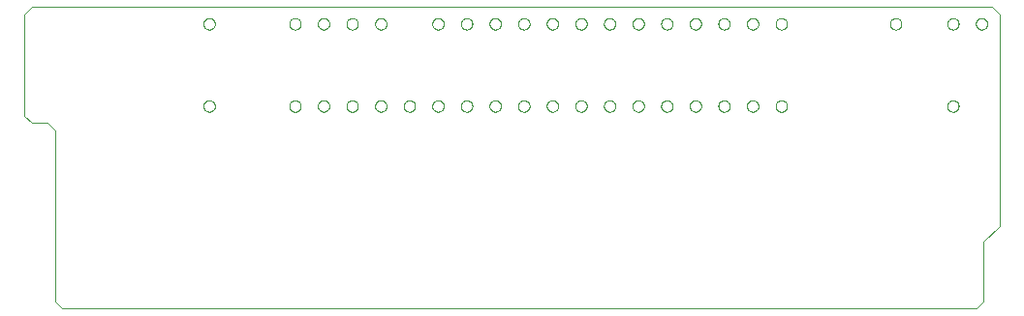
<source format=gko>
G75*
%MOIN*%
%OFA0B0*%
%FSLAX25Y25*%
%IPPOS*%
%LPD*%
%AMOC8*
5,1,8,0,0,1.08239X$1,22.5*
%
%ADD10C,0.00000*%
D10*
X0013050Y0005500D02*
X0015550Y0003000D01*
X0330050Y0003000D01*
X0332550Y0005500D01*
X0332550Y0026000D01*
X0338050Y0031500D01*
X0338050Y0104500D01*
X0335550Y0107000D01*
X0005050Y0107000D01*
X0002550Y0104500D01*
X0002550Y0069500D01*
X0005050Y0067000D01*
X0010550Y0067000D01*
X0013050Y0064500D01*
X0013050Y0005500D01*
X0064156Y0072827D02*
X0064158Y0072915D01*
X0064164Y0073003D01*
X0064174Y0073091D01*
X0064188Y0073179D01*
X0064205Y0073265D01*
X0064227Y0073351D01*
X0064252Y0073435D01*
X0064282Y0073519D01*
X0064314Y0073601D01*
X0064351Y0073681D01*
X0064391Y0073760D01*
X0064435Y0073837D01*
X0064482Y0073912D01*
X0064532Y0073984D01*
X0064586Y0074055D01*
X0064642Y0074122D01*
X0064702Y0074188D01*
X0064764Y0074250D01*
X0064830Y0074310D01*
X0064897Y0074366D01*
X0064968Y0074420D01*
X0065040Y0074470D01*
X0065115Y0074517D01*
X0065192Y0074561D01*
X0065271Y0074601D01*
X0065351Y0074638D01*
X0065433Y0074670D01*
X0065517Y0074700D01*
X0065601Y0074725D01*
X0065687Y0074747D01*
X0065773Y0074764D01*
X0065861Y0074778D01*
X0065949Y0074788D01*
X0066037Y0074794D01*
X0066125Y0074796D01*
X0066213Y0074794D01*
X0066301Y0074788D01*
X0066389Y0074778D01*
X0066477Y0074764D01*
X0066563Y0074747D01*
X0066649Y0074725D01*
X0066733Y0074700D01*
X0066817Y0074670D01*
X0066899Y0074638D01*
X0066979Y0074601D01*
X0067058Y0074561D01*
X0067135Y0074517D01*
X0067210Y0074470D01*
X0067282Y0074420D01*
X0067353Y0074366D01*
X0067420Y0074310D01*
X0067486Y0074250D01*
X0067548Y0074188D01*
X0067608Y0074122D01*
X0067664Y0074055D01*
X0067718Y0073984D01*
X0067768Y0073912D01*
X0067815Y0073837D01*
X0067859Y0073760D01*
X0067899Y0073681D01*
X0067936Y0073601D01*
X0067968Y0073519D01*
X0067998Y0073435D01*
X0068023Y0073351D01*
X0068045Y0073265D01*
X0068062Y0073179D01*
X0068076Y0073091D01*
X0068086Y0073003D01*
X0068092Y0072915D01*
X0068094Y0072827D01*
X0068092Y0072739D01*
X0068086Y0072651D01*
X0068076Y0072563D01*
X0068062Y0072475D01*
X0068045Y0072389D01*
X0068023Y0072303D01*
X0067998Y0072219D01*
X0067968Y0072135D01*
X0067936Y0072053D01*
X0067899Y0071973D01*
X0067859Y0071894D01*
X0067815Y0071817D01*
X0067768Y0071742D01*
X0067718Y0071670D01*
X0067664Y0071599D01*
X0067608Y0071532D01*
X0067548Y0071466D01*
X0067486Y0071404D01*
X0067420Y0071344D01*
X0067353Y0071288D01*
X0067282Y0071234D01*
X0067210Y0071184D01*
X0067135Y0071137D01*
X0067058Y0071093D01*
X0066979Y0071053D01*
X0066899Y0071016D01*
X0066817Y0070984D01*
X0066733Y0070954D01*
X0066649Y0070929D01*
X0066563Y0070907D01*
X0066477Y0070890D01*
X0066389Y0070876D01*
X0066301Y0070866D01*
X0066213Y0070860D01*
X0066125Y0070858D01*
X0066037Y0070860D01*
X0065949Y0070866D01*
X0065861Y0070876D01*
X0065773Y0070890D01*
X0065687Y0070907D01*
X0065601Y0070929D01*
X0065517Y0070954D01*
X0065433Y0070984D01*
X0065351Y0071016D01*
X0065271Y0071053D01*
X0065192Y0071093D01*
X0065115Y0071137D01*
X0065040Y0071184D01*
X0064968Y0071234D01*
X0064897Y0071288D01*
X0064830Y0071344D01*
X0064764Y0071404D01*
X0064702Y0071466D01*
X0064642Y0071532D01*
X0064586Y0071599D01*
X0064532Y0071670D01*
X0064482Y0071742D01*
X0064435Y0071817D01*
X0064391Y0071894D01*
X0064351Y0071973D01*
X0064314Y0072053D01*
X0064282Y0072135D01*
X0064252Y0072219D01*
X0064227Y0072303D01*
X0064205Y0072389D01*
X0064188Y0072475D01*
X0064174Y0072563D01*
X0064164Y0072651D01*
X0064158Y0072739D01*
X0064156Y0072827D01*
X0093683Y0072827D02*
X0093685Y0072915D01*
X0093691Y0073003D01*
X0093701Y0073091D01*
X0093715Y0073179D01*
X0093732Y0073265D01*
X0093754Y0073351D01*
X0093779Y0073435D01*
X0093809Y0073519D01*
X0093841Y0073601D01*
X0093878Y0073681D01*
X0093918Y0073760D01*
X0093962Y0073837D01*
X0094009Y0073912D01*
X0094059Y0073984D01*
X0094113Y0074055D01*
X0094169Y0074122D01*
X0094229Y0074188D01*
X0094291Y0074250D01*
X0094357Y0074310D01*
X0094424Y0074366D01*
X0094495Y0074420D01*
X0094567Y0074470D01*
X0094642Y0074517D01*
X0094719Y0074561D01*
X0094798Y0074601D01*
X0094878Y0074638D01*
X0094960Y0074670D01*
X0095044Y0074700D01*
X0095128Y0074725D01*
X0095214Y0074747D01*
X0095300Y0074764D01*
X0095388Y0074778D01*
X0095476Y0074788D01*
X0095564Y0074794D01*
X0095652Y0074796D01*
X0095740Y0074794D01*
X0095828Y0074788D01*
X0095916Y0074778D01*
X0096004Y0074764D01*
X0096090Y0074747D01*
X0096176Y0074725D01*
X0096260Y0074700D01*
X0096344Y0074670D01*
X0096426Y0074638D01*
X0096506Y0074601D01*
X0096585Y0074561D01*
X0096662Y0074517D01*
X0096737Y0074470D01*
X0096809Y0074420D01*
X0096880Y0074366D01*
X0096947Y0074310D01*
X0097013Y0074250D01*
X0097075Y0074188D01*
X0097135Y0074122D01*
X0097191Y0074055D01*
X0097245Y0073984D01*
X0097295Y0073912D01*
X0097342Y0073837D01*
X0097386Y0073760D01*
X0097426Y0073681D01*
X0097463Y0073601D01*
X0097495Y0073519D01*
X0097525Y0073435D01*
X0097550Y0073351D01*
X0097572Y0073265D01*
X0097589Y0073179D01*
X0097603Y0073091D01*
X0097613Y0073003D01*
X0097619Y0072915D01*
X0097621Y0072827D01*
X0097619Y0072739D01*
X0097613Y0072651D01*
X0097603Y0072563D01*
X0097589Y0072475D01*
X0097572Y0072389D01*
X0097550Y0072303D01*
X0097525Y0072219D01*
X0097495Y0072135D01*
X0097463Y0072053D01*
X0097426Y0071973D01*
X0097386Y0071894D01*
X0097342Y0071817D01*
X0097295Y0071742D01*
X0097245Y0071670D01*
X0097191Y0071599D01*
X0097135Y0071532D01*
X0097075Y0071466D01*
X0097013Y0071404D01*
X0096947Y0071344D01*
X0096880Y0071288D01*
X0096809Y0071234D01*
X0096737Y0071184D01*
X0096662Y0071137D01*
X0096585Y0071093D01*
X0096506Y0071053D01*
X0096426Y0071016D01*
X0096344Y0070984D01*
X0096260Y0070954D01*
X0096176Y0070929D01*
X0096090Y0070907D01*
X0096004Y0070890D01*
X0095916Y0070876D01*
X0095828Y0070866D01*
X0095740Y0070860D01*
X0095652Y0070858D01*
X0095564Y0070860D01*
X0095476Y0070866D01*
X0095388Y0070876D01*
X0095300Y0070890D01*
X0095214Y0070907D01*
X0095128Y0070929D01*
X0095044Y0070954D01*
X0094960Y0070984D01*
X0094878Y0071016D01*
X0094798Y0071053D01*
X0094719Y0071093D01*
X0094642Y0071137D01*
X0094567Y0071184D01*
X0094495Y0071234D01*
X0094424Y0071288D01*
X0094357Y0071344D01*
X0094291Y0071404D01*
X0094229Y0071466D01*
X0094169Y0071532D01*
X0094113Y0071599D01*
X0094059Y0071670D01*
X0094009Y0071742D01*
X0093962Y0071817D01*
X0093918Y0071894D01*
X0093878Y0071973D01*
X0093841Y0072053D01*
X0093809Y0072135D01*
X0093779Y0072219D01*
X0093754Y0072303D01*
X0093732Y0072389D01*
X0093715Y0072475D01*
X0093701Y0072563D01*
X0093691Y0072651D01*
X0093685Y0072739D01*
X0093683Y0072827D01*
X0103526Y0072827D02*
X0103528Y0072915D01*
X0103534Y0073003D01*
X0103544Y0073091D01*
X0103558Y0073179D01*
X0103575Y0073265D01*
X0103597Y0073351D01*
X0103622Y0073435D01*
X0103652Y0073519D01*
X0103684Y0073601D01*
X0103721Y0073681D01*
X0103761Y0073760D01*
X0103805Y0073837D01*
X0103852Y0073912D01*
X0103902Y0073984D01*
X0103956Y0074055D01*
X0104012Y0074122D01*
X0104072Y0074188D01*
X0104134Y0074250D01*
X0104200Y0074310D01*
X0104267Y0074366D01*
X0104338Y0074420D01*
X0104410Y0074470D01*
X0104485Y0074517D01*
X0104562Y0074561D01*
X0104641Y0074601D01*
X0104721Y0074638D01*
X0104803Y0074670D01*
X0104887Y0074700D01*
X0104971Y0074725D01*
X0105057Y0074747D01*
X0105143Y0074764D01*
X0105231Y0074778D01*
X0105319Y0074788D01*
X0105407Y0074794D01*
X0105495Y0074796D01*
X0105583Y0074794D01*
X0105671Y0074788D01*
X0105759Y0074778D01*
X0105847Y0074764D01*
X0105933Y0074747D01*
X0106019Y0074725D01*
X0106103Y0074700D01*
X0106187Y0074670D01*
X0106269Y0074638D01*
X0106349Y0074601D01*
X0106428Y0074561D01*
X0106505Y0074517D01*
X0106580Y0074470D01*
X0106652Y0074420D01*
X0106723Y0074366D01*
X0106790Y0074310D01*
X0106856Y0074250D01*
X0106918Y0074188D01*
X0106978Y0074122D01*
X0107034Y0074055D01*
X0107088Y0073984D01*
X0107138Y0073912D01*
X0107185Y0073837D01*
X0107229Y0073760D01*
X0107269Y0073681D01*
X0107306Y0073601D01*
X0107338Y0073519D01*
X0107368Y0073435D01*
X0107393Y0073351D01*
X0107415Y0073265D01*
X0107432Y0073179D01*
X0107446Y0073091D01*
X0107456Y0073003D01*
X0107462Y0072915D01*
X0107464Y0072827D01*
X0107462Y0072739D01*
X0107456Y0072651D01*
X0107446Y0072563D01*
X0107432Y0072475D01*
X0107415Y0072389D01*
X0107393Y0072303D01*
X0107368Y0072219D01*
X0107338Y0072135D01*
X0107306Y0072053D01*
X0107269Y0071973D01*
X0107229Y0071894D01*
X0107185Y0071817D01*
X0107138Y0071742D01*
X0107088Y0071670D01*
X0107034Y0071599D01*
X0106978Y0071532D01*
X0106918Y0071466D01*
X0106856Y0071404D01*
X0106790Y0071344D01*
X0106723Y0071288D01*
X0106652Y0071234D01*
X0106580Y0071184D01*
X0106505Y0071137D01*
X0106428Y0071093D01*
X0106349Y0071053D01*
X0106269Y0071016D01*
X0106187Y0070984D01*
X0106103Y0070954D01*
X0106019Y0070929D01*
X0105933Y0070907D01*
X0105847Y0070890D01*
X0105759Y0070876D01*
X0105671Y0070866D01*
X0105583Y0070860D01*
X0105495Y0070858D01*
X0105407Y0070860D01*
X0105319Y0070866D01*
X0105231Y0070876D01*
X0105143Y0070890D01*
X0105057Y0070907D01*
X0104971Y0070929D01*
X0104887Y0070954D01*
X0104803Y0070984D01*
X0104721Y0071016D01*
X0104641Y0071053D01*
X0104562Y0071093D01*
X0104485Y0071137D01*
X0104410Y0071184D01*
X0104338Y0071234D01*
X0104267Y0071288D01*
X0104200Y0071344D01*
X0104134Y0071404D01*
X0104072Y0071466D01*
X0104012Y0071532D01*
X0103956Y0071599D01*
X0103902Y0071670D01*
X0103852Y0071742D01*
X0103805Y0071817D01*
X0103761Y0071894D01*
X0103721Y0071973D01*
X0103684Y0072053D01*
X0103652Y0072135D01*
X0103622Y0072219D01*
X0103597Y0072303D01*
X0103575Y0072389D01*
X0103558Y0072475D01*
X0103544Y0072563D01*
X0103534Y0072651D01*
X0103528Y0072739D01*
X0103526Y0072827D01*
X0113368Y0072827D02*
X0113370Y0072915D01*
X0113376Y0073003D01*
X0113386Y0073091D01*
X0113400Y0073179D01*
X0113417Y0073265D01*
X0113439Y0073351D01*
X0113464Y0073435D01*
X0113494Y0073519D01*
X0113526Y0073601D01*
X0113563Y0073681D01*
X0113603Y0073760D01*
X0113647Y0073837D01*
X0113694Y0073912D01*
X0113744Y0073984D01*
X0113798Y0074055D01*
X0113854Y0074122D01*
X0113914Y0074188D01*
X0113976Y0074250D01*
X0114042Y0074310D01*
X0114109Y0074366D01*
X0114180Y0074420D01*
X0114252Y0074470D01*
X0114327Y0074517D01*
X0114404Y0074561D01*
X0114483Y0074601D01*
X0114563Y0074638D01*
X0114645Y0074670D01*
X0114729Y0074700D01*
X0114813Y0074725D01*
X0114899Y0074747D01*
X0114985Y0074764D01*
X0115073Y0074778D01*
X0115161Y0074788D01*
X0115249Y0074794D01*
X0115337Y0074796D01*
X0115425Y0074794D01*
X0115513Y0074788D01*
X0115601Y0074778D01*
X0115689Y0074764D01*
X0115775Y0074747D01*
X0115861Y0074725D01*
X0115945Y0074700D01*
X0116029Y0074670D01*
X0116111Y0074638D01*
X0116191Y0074601D01*
X0116270Y0074561D01*
X0116347Y0074517D01*
X0116422Y0074470D01*
X0116494Y0074420D01*
X0116565Y0074366D01*
X0116632Y0074310D01*
X0116698Y0074250D01*
X0116760Y0074188D01*
X0116820Y0074122D01*
X0116876Y0074055D01*
X0116930Y0073984D01*
X0116980Y0073912D01*
X0117027Y0073837D01*
X0117071Y0073760D01*
X0117111Y0073681D01*
X0117148Y0073601D01*
X0117180Y0073519D01*
X0117210Y0073435D01*
X0117235Y0073351D01*
X0117257Y0073265D01*
X0117274Y0073179D01*
X0117288Y0073091D01*
X0117298Y0073003D01*
X0117304Y0072915D01*
X0117306Y0072827D01*
X0117304Y0072739D01*
X0117298Y0072651D01*
X0117288Y0072563D01*
X0117274Y0072475D01*
X0117257Y0072389D01*
X0117235Y0072303D01*
X0117210Y0072219D01*
X0117180Y0072135D01*
X0117148Y0072053D01*
X0117111Y0071973D01*
X0117071Y0071894D01*
X0117027Y0071817D01*
X0116980Y0071742D01*
X0116930Y0071670D01*
X0116876Y0071599D01*
X0116820Y0071532D01*
X0116760Y0071466D01*
X0116698Y0071404D01*
X0116632Y0071344D01*
X0116565Y0071288D01*
X0116494Y0071234D01*
X0116422Y0071184D01*
X0116347Y0071137D01*
X0116270Y0071093D01*
X0116191Y0071053D01*
X0116111Y0071016D01*
X0116029Y0070984D01*
X0115945Y0070954D01*
X0115861Y0070929D01*
X0115775Y0070907D01*
X0115689Y0070890D01*
X0115601Y0070876D01*
X0115513Y0070866D01*
X0115425Y0070860D01*
X0115337Y0070858D01*
X0115249Y0070860D01*
X0115161Y0070866D01*
X0115073Y0070876D01*
X0114985Y0070890D01*
X0114899Y0070907D01*
X0114813Y0070929D01*
X0114729Y0070954D01*
X0114645Y0070984D01*
X0114563Y0071016D01*
X0114483Y0071053D01*
X0114404Y0071093D01*
X0114327Y0071137D01*
X0114252Y0071184D01*
X0114180Y0071234D01*
X0114109Y0071288D01*
X0114042Y0071344D01*
X0113976Y0071404D01*
X0113914Y0071466D01*
X0113854Y0071532D01*
X0113798Y0071599D01*
X0113744Y0071670D01*
X0113694Y0071742D01*
X0113647Y0071817D01*
X0113603Y0071894D01*
X0113563Y0071973D01*
X0113526Y0072053D01*
X0113494Y0072135D01*
X0113464Y0072219D01*
X0113439Y0072303D01*
X0113417Y0072389D01*
X0113400Y0072475D01*
X0113386Y0072563D01*
X0113376Y0072651D01*
X0113370Y0072739D01*
X0113368Y0072827D01*
X0123211Y0072827D02*
X0123213Y0072915D01*
X0123219Y0073003D01*
X0123229Y0073091D01*
X0123243Y0073179D01*
X0123260Y0073265D01*
X0123282Y0073351D01*
X0123307Y0073435D01*
X0123337Y0073519D01*
X0123369Y0073601D01*
X0123406Y0073681D01*
X0123446Y0073760D01*
X0123490Y0073837D01*
X0123537Y0073912D01*
X0123587Y0073984D01*
X0123641Y0074055D01*
X0123697Y0074122D01*
X0123757Y0074188D01*
X0123819Y0074250D01*
X0123885Y0074310D01*
X0123952Y0074366D01*
X0124023Y0074420D01*
X0124095Y0074470D01*
X0124170Y0074517D01*
X0124247Y0074561D01*
X0124326Y0074601D01*
X0124406Y0074638D01*
X0124488Y0074670D01*
X0124572Y0074700D01*
X0124656Y0074725D01*
X0124742Y0074747D01*
X0124828Y0074764D01*
X0124916Y0074778D01*
X0125004Y0074788D01*
X0125092Y0074794D01*
X0125180Y0074796D01*
X0125268Y0074794D01*
X0125356Y0074788D01*
X0125444Y0074778D01*
X0125532Y0074764D01*
X0125618Y0074747D01*
X0125704Y0074725D01*
X0125788Y0074700D01*
X0125872Y0074670D01*
X0125954Y0074638D01*
X0126034Y0074601D01*
X0126113Y0074561D01*
X0126190Y0074517D01*
X0126265Y0074470D01*
X0126337Y0074420D01*
X0126408Y0074366D01*
X0126475Y0074310D01*
X0126541Y0074250D01*
X0126603Y0074188D01*
X0126663Y0074122D01*
X0126719Y0074055D01*
X0126773Y0073984D01*
X0126823Y0073912D01*
X0126870Y0073837D01*
X0126914Y0073760D01*
X0126954Y0073681D01*
X0126991Y0073601D01*
X0127023Y0073519D01*
X0127053Y0073435D01*
X0127078Y0073351D01*
X0127100Y0073265D01*
X0127117Y0073179D01*
X0127131Y0073091D01*
X0127141Y0073003D01*
X0127147Y0072915D01*
X0127149Y0072827D01*
X0127147Y0072739D01*
X0127141Y0072651D01*
X0127131Y0072563D01*
X0127117Y0072475D01*
X0127100Y0072389D01*
X0127078Y0072303D01*
X0127053Y0072219D01*
X0127023Y0072135D01*
X0126991Y0072053D01*
X0126954Y0071973D01*
X0126914Y0071894D01*
X0126870Y0071817D01*
X0126823Y0071742D01*
X0126773Y0071670D01*
X0126719Y0071599D01*
X0126663Y0071532D01*
X0126603Y0071466D01*
X0126541Y0071404D01*
X0126475Y0071344D01*
X0126408Y0071288D01*
X0126337Y0071234D01*
X0126265Y0071184D01*
X0126190Y0071137D01*
X0126113Y0071093D01*
X0126034Y0071053D01*
X0125954Y0071016D01*
X0125872Y0070984D01*
X0125788Y0070954D01*
X0125704Y0070929D01*
X0125618Y0070907D01*
X0125532Y0070890D01*
X0125444Y0070876D01*
X0125356Y0070866D01*
X0125268Y0070860D01*
X0125180Y0070858D01*
X0125092Y0070860D01*
X0125004Y0070866D01*
X0124916Y0070876D01*
X0124828Y0070890D01*
X0124742Y0070907D01*
X0124656Y0070929D01*
X0124572Y0070954D01*
X0124488Y0070984D01*
X0124406Y0071016D01*
X0124326Y0071053D01*
X0124247Y0071093D01*
X0124170Y0071137D01*
X0124095Y0071184D01*
X0124023Y0071234D01*
X0123952Y0071288D01*
X0123885Y0071344D01*
X0123819Y0071404D01*
X0123757Y0071466D01*
X0123697Y0071532D01*
X0123641Y0071599D01*
X0123587Y0071670D01*
X0123537Y0071742D01*
X0123490Y0071817D01*
X0123446Y0071894D01*
X0123406Y0071973D01*
X0123369Y0072053D01*
X0123337Y0072135D01*
X0123307Y0072219D01*
X0123282Y0072303D01*
X0123260Y0072389D01*
X0123243Y0072475D01*
X0123229Y0072563D01*
X0123219Y0072651D01*
X0123213Y0072739D01*
X0123211Y0072827D01*
X0133053Y0072827D02*
X0133055Y0072915D01*
X0133061Y0073003D01*
X0133071Y0073091D01*
X0133085Y0073179D01*
X0133102Y0073265D01*
X0133124Y0073351D01*
X0133149Y0073435D01*
X0133179Y0073519D01*
X0133211Y0073601D01*
X0133248Y0073681D01*
X0133288Y0073760D01*
X0133332Y0073837D01*
X0133379Y0073912D01*
X0133429Y0073984D01*
X0133483Y0074055D01*
X0133539Y0074122D01*
X0133599Y0074188D01*
X0133661Y0074250D01*
X0133727Y0074310D01*
X0133794Y0074366D01*
X0133865Y0074420D01*
X0133937Y0074470D01*
X0134012Y0074517D01*
X0134089Y0074561D01*
X0134168Y0074601D01*
X0134248Y0074638D01*
X0134330Y0074670D01*
X0134414Y0074700D01*
X0134498Y0074725D01*
X0134584Y0074747D01*
X0134670Y0074764D01*
X0134758Y0074778D01*
X0134846Y0074788D01*
X0134934Y0074794D01*
X0135022Y0074796D01*
X0135110Y0074794D01*
X0135198Y0074788D01*
X0135286Y0074778D01*
X0135374Y0074764D01*
X0135460Y0074747D01*
X0135546Y0074725D01*
X0135630Y0074700D01*
X0135714Y0074670D01*
X0135796Y0074638D01*
X0135876Y0074601D01*
X0135955Y0074561D01*
X0136032Y0074517D01*
X0136107Y0074470D01*
X0136179Y0074420D01*
X0136250Y0074366D01*
X0136317Y0074310D01*
X0136383Y0074250D01*
X0136445Y0074188D01*
X0136505Y0074122D01*
X0136561Y0074055D01*
X0136615Y0073984D01*
X0136665Y0073912D01*
X0136712Y0073837D01*
X0136756Y0073760D01*
X0136796Y0073681D01*
X0136833Y0073601D01*
X0136865Y0073519D01*
X0136895Y0073435D01*
X0136920Y0073351D01*
X0136942Y0073265D01*
X0136959Y0073179D01*
X0136973Y0073091D01*
X0136983Y0073003D01*
X0136989Y0072915D01*
X0136991Y0072827D01*
X0136989Y0072739D01*
X0136983Y0072651D01*
X0136973Y0072563D01*
X0136959Y0072475D01*
X0136942Y0072389D01*
X0136920Y0072303D01*
X0136895Y0072219D01*
X0136865Y0072135D01*
X0136833Y0072053D01*
X0136796Y0071973D01*
X0136756Y0071894D01*
X0136712Y0071817D01*
X0136665Y0071742D01*
X0136615Y0071670D01*
X0136561Y0071599D01*
X0136505Y0071532D01*
X0136445Y0071466D01*
X0136383Y0071404D01*
X0136317Y0071344D01*
X0136250Y0071288D01*
X0136179Y0071234D01*
X0136107Y0071184D01*
X0136032Y0071137D01*
X0135955Y0071093D01*
X0135876Y0071053D01*
X0135796Y0071016D01*
X0135714Y0070984D01*
X0135630Y0070954D01*
X0135546Y0070929D01*
X0135460Y0070907D01*
X0135374Y0070890D01*
X0135286Y0070876D01*
X0135198Y0070866D01*
X0135110Y0070860D01*
X0135022Y0070858D01*
X0134934Y0070860D01*
X0134846Y0070866D01*
X0134758Y0070876D01*
X0134670Y0070890D01*
X0134584Y0070907D01*
X0134498Y0070929D01*
X0134414Y0070954D01*
X0134330Y0070984D01*
X0134248Y0071016D01*
X0134168Y0071053D01*
X0134089Y0071093D01*
X0134012Y0071137D01*
X0133937Y0071184D01*
X0133865Y0071234D01*
X0133794Y0071288D01*
X0133727Y0071344D01*
X0133661Y0071404D01*
X0133599Y0071466D01*
X0133539Y0071532D01*
X0133483Y0071599D01*
X0133429Y0071670D01*
X0133379Y0071742D01*
X0133332Y0071817D01*
X0133288Y0071894D01*
X0133248Y0071973D01*
X0133211Y0072053D01*
X0133179Y0072135D01*
X0133149Y0072219D01*
X0133124Y0072303D01*
X0133102Y0072389D01*
X0133085Y0072475D01*
X0133071Y0072563D01*
X0133061Y0072651D01*
X0133055Y0072739D01*
X0133053Y0072827D01*
X0142896Y0072827D02*
X0142898Y0072915D01*
X0142904Y0073003D01*
X0142914Y0073091D01*
X0142928Y0073179D01*
X0142945Y0073265D01*
X0142967Y0073351D01*
X0142992Y0073435D01*
X0143022Y0073519D01*
X0143054Y0073601D01*
X0143091Y0073681D01*
X0143131Y0073760D01*
X0143175Y0073837D01*
X0143222Y0073912D01*
X0143272Y0073984D01*
X0143326Y0074055D01*
X0143382Y0074122D01*
X0143442Y0074188D01*
X0143504Y0074250D01*
X0143570Y0074310D01*
X0143637Y0074366D01*
X0143708Y0074420D01*
X0143780Y0074470D01*
X0143855Y0074517D01*
X0143932Y0074561D01*
X0144011Y0074601D01*
X0144091Y0074638D01*
X0144173Y0074670D01*
X0144257Y0074700D01*
X0144341Y0074725D01*
X0144427Y0074747D01*
X0144513Y0074764D01*
X0144601Y0074778D01*
X0144689Y0074788D01*
X0144777Y0074794D01*
X0144865Y0074796D01*
X0144953Y0074794D01*
X0145041Y0074788D01*
X0145129Y0074778D01*
X0145217Y0074764D01*
X0145303Y0074747D01*
X0145389Y0074725D01*
X0145473Y0074700D01*
X0145557Y0074670D01*
X0145639Y0074638D01*
X0145719Y0074601D01*
X0145798Y0074561D01*
X0145875Y0074517D01*
X0145950Y0074470D01*
X0146022Y0074420D01*
X0146093Y0074366D01*
X0146160Y0074310D01*
X0146226Y0074250D01*
X0146288Y0074188D01*
X0146348Y0074122D01*
X0146404Y0074055D01*
X0146458Y0073984D01*
X0146508Y0073912D01*
X0146555Y0073837D01*
X0146599Y0073760D01*
X0146639Y0073681D01*
X0146676Y0073601D01*
X0146708Y0073519D01*
X0146738Y0073435D01*
X0146763Y0073351D01*
X0146785Y0073265D01*
X0146802Y0073179D01*
X0146816Y0073091D01*
X0146826Y0073003D01*
X0146832Y0072915D01*
X0146834Y0072827D01*
X0146832Y0072739D01*
X0146826Y0072651D01*
X0146816Y0072563D01*
X0146802Y0072475D01*
X0146785Y0072389D01*
X0146763Y0072303D01*
X0146738Y0072219D01*
X0146708Y0072135D01*
X0146676Y0072053D01*
X0146639Y0071973D01*
X0146599Y0071894D01*
X0146555Y0071817D01*
X0146508Y0071742D01*
X0146458Y0071670D01*
X0146404Y0071599D01*
X0146348Y0071532D01*
X0146288Y0071466D01*
X0146226Y0071404D01*
X0146160Y0071344D01*
X0146093Y0071288D01*
X0146022Y0071234D01*
X0145950Y0071184D01*
X0145875Y0071137D01*
X0145798Y0071093D01*
X0145719Y0071053D01*
X0145639Y0071016D01*
X0145557Y0070984D01*
X0145473Y0070954D01*
X0145389Y0070929D01*
X0145303Y0070907D01*
X0145217Y0070890D01*
X0145129Y0070876D01*
X0145041Y0070866D01*
X0144953Y0070860D01*
X0144865Y0070858D01*
X0144777Y0070860D01*
X0144689Y0070866D01*
X0144601Y0070876D01*
X0144513Y0070890D01*
X0144427Y0070907D01*
X0144341Y0070929D01*
X0144257Y0070954D01*
X0144173Y0070984D01*
X0144091Y0071016D01*
X0144011Y0071053D01*
X0143932Y0071093D01*
X0143855Y0071137D01*
X0143780Y0071184D01*
X0143708Y0071234D01*
X0143637Y0071288D01*
X0143570Y0071344D01*
X0143504Y0071404D01*
X0143442Y0071466D01*
X0143382Y0071532D01*
X0143326Y0071599D01*
X0143272Y0071670D01*
X0143222Y0071742D01*
X0143175Y0071817D01*
X0143131Y0071894D01*
X0143091Y0071973D01*
X0143054Y0072053D01*
X0143022Y0072135D01*
X0142992Y0072219D01*
X0142967Y0072303D01*
X0142945Y0072389D01*
X0142928Y0072475D01*
X0142914Y0072563D01*
X0142904Y0072651D01*
X0142898Y0072739D01*
X0142896Y0072827D01*
X0152738Y0072827D02*
X0152740Y0072915D01*
X0152746Y0073003D01*
X0152756Y0073091D01*
X0152770Y0073179D01*
X0152787Y0073265D01*
X0152809Y0073351D01*
X0152834Y0073435D01*
X0152864Y0073519D01*
X0152896Y0073601D01*
X0152933Y0073681D01*
X0152973Y0073760D01*
X0153017Y0073837D01*
X0153064Y0073912D01*
X0153114Y0073984D01*
X0153168Y0074055D01*
X0153224Y0074122D01*
X0153284Y0074188D01*
X0153346Y0074250D01*
X0153412Y0074310D01*
X0153479Y0074366D01*
X0153550Y0074420D01*
X0153622Y0074470D01*
X0153697Y0074517D01*
X0153774Y0074561D01*
X0153853Y0074601D01*
X0153933Y0074638D01*
X0154015Y0074670D01*
X0154099Y0074700D01*
X0154183Y0074725D01*
X0154269Y0074747D01*
X0154355Y0074764D01*
X0154443Y0074778D01*
X0154531Y0074788D01*
X0154619Y0074794D01*
X0154707Y0074796D01*
X0154795Y0074794D01*
X0154883Y0074788D01*
X0154971Y0074778D01*
X0155059Y0074764D01*
X0155145Y0074747D01*
X0155231Y0074725D01*
X0155315Y0074700D01*
X0155399Y0074670D01*
X0155481Y0074638D01*
X0155561Y0074601D01*
X0155640Y0074561D01*
X0155717Y0074517D01*
X0155792Y0074470D01*
X0155864Y0074420D01*
X0155935Y0074366D01*
X0156002Y0074310D01*
X0156068Y0074250D01*
X0156130Y0074188D01*
X0156190Y0074122D01*
X0156246Y0074055D01*
X0156300Y0073984D01*
X0156350Y0073912D01*
X0156397Y0073837D01*
X0156441Y0073760D01*
X0156481Y0073681D01*
X0156518Y0073601D01*
X0156550Y0073519D01*
X0156580Y0073435D01*
X0156605Y0073351D01*
X0156627Y0073265D01*
X0156644Y0073179D01*
X0156658Y0073091D01*
X0156668Y0073003D01*
X0156674Y0072915D01*
X0156676Y0072827D01*
X0156674Y0072739D01*
X0156668Y0072651D01*
X0156658Y0072563D01*
X0156644Y0072475D01*
X0156627Y0072389D01*
X0156605Y0072303D01*
X0156580Y0072219D01*
X0156550Y0072135D01*
X0156518Y0072053D01*
X0156481Y0071973D01*
X0156441Y0071894D01*
X0156397Y0071817D01*
X0156350Y0071742D01*
X0156300Y0071670D01*
X0156246Y0071599D01*
X0156190Y0071532D01*
X0156130Y0071466D01*
X0156068Y0071404D01*
X0156002Y0071344D01*
X0155935Y0071288D01*
X0155864Y0071234D01*
X0155792Y0071184D01*
X0155717Y0071137D01*
X0155640Y0071093D01*
X0155561Y0071053D01*
X0155481Y0071016D01*
X0155399Y0070984D01*
X0155315Y0070954D01*
X0155231Y0070929D01*
X0155145Y0070907D01*
X0155059Y0070890D01*
X0154971Y0070876D01*
X0154883Y0070866D01*
X0154795Y0070860D01*
X0154707Y0070858D01*
X0154619Y0070860D01*
X0154531Y0070866D01*
X0154443Y0070876D01*
X0154355Y0070890D01*
X0154269Y0070907D01*
X0154183Y0070929D01*
X0154099Y0070954D01*
X0154015Y0070984D01*
X0153933Y0071016D01*
X0153853Y0071053D01*
X0153774Y0071093D01*
X0153697Y0071137D01*
X0153622Y0071184D01*
X0153550Y0071234D01*
X0153479Y0071288D01*
X0153412Y0071344D01*
X0153346Y0071404D01*
X0153284Y0071466D01*
X0153224Y0071532D01*
X0153168Y0071599D01*
X0153114Y0071670D01*
X0153064Y0071742D01*
X0153017Y0071817D01*
X0152973Y0071894D01*
X0152933Y0071973D01*
X0152896Y0072053D01*
X0152864Y0072135D01*
X0152834Y0072219D01*
X0152809Y0072303D01*
X0152787Y0072389D01*
X0152770Y0072475D01*
X0152756Y0072563D01*
X0152746Y0072651D01*
X0152740Y0072739D01*
X0152738Y0072827D01*
X0162581Y0072827D02*
X0162583Y0072915D01*
X0162589Y0073003D01*
X0162599Y0073091D01*
X0162613Y0073179D01*
X0162630Y0073265D01*
X0162652Y0073351D01*
X0162677Y0073435D01*
X0162707Y0073519D01*
X0162739Y0073601D01*
X0162776Y0073681D01*
X0162816Y0073760D01*
X0162860Y0073837D01*
X0162907Y0073912D01*
X0162957Y0073984D01*
X0163011Y0074055D01*
X0163067Y0074122D01*
X0163127Y0074188D01*
X0163189Y0074250D01*
X0163255Y0074310D01*
X0163322Y0074366D01*
X0163393Y0074420D01*
X0163465Y0074470D01*
X0163540Y0074517D01*
X0163617Y0074561D01*
X0163696Y0074601D01*
X0163776Y0074638D01*
X0163858Y0074670D01*
X0163942Y0074700D01*
X0164026Y0074725D01*
X0164112Y0074747D01*
X0164198Y0074764D01*
X0164286Y0074778D01*
X0164374Y0074788D01*
X0164462Y0074794D01*
X0164550Y0074796D01*
X0164638Y0074794D01*
X0164726Y0074788D01*
X0164814Y0074778D01*
X0164902Y0074764D01*
X0164988Y0074747D01*
X0165074Y0074725D01*
X0165158Y0074700D01*
X0165242Y0074670D01*
X0165324Y0074638D01*
X0165404Y0074601D01*
X0165483Y0074561D01*
X0165560Y0074517D01*
X0165635Y0074470D01*
X0165707Y0074420D01*
X0165778Y0074366D01*
X0165845Y0074310D01*
X0165911Y0074250D01*
X0165973Y0074188D01*
X0166033Y0074122D01*
X0166089Y0074055D01*
X0166143Y0073984D01*
X0166193Y0073912D01*
X0166240Y0073837D01*
X0166284Y0073760D01*
X0166324Y0073681D01*
X0166361Y0073601D01*
X0166393Y0073519D01*
X0166423Y0073435D01*
X0166448Y0073351D01*
X0166470Y0073265D01*
X0166487Y0073179D01*
X0166501Y0073091D01*
X0166511Y0073003D01*
X0166517Y0072915D01*
X0166519Y0072827D01*
X0166517Y0072739D01*
X0166511Y0072651D01*
X0166501Y0072563D01*
X0166487Y0072475D01*
X0166470Y0072389D01*
X0166448Y0072303D01*
X0166423Y0072219D01*
X0166393Y0072135D01*
X0166361Y0072053D01*
X0166324Y0071973D01*
X0166284Y0071894D01*
X0166240Y0071817D01*
X0166193Y0071742D01*
X0166143Y0071670D01*
X0166089Y0071599D01*
X0166033Y0071532D01*
X0165973Y0071466D01*
X0165911Y0071404D01*
X0165845Y0071344D01*
X0165778Y0071288D01*
X0165707Y0071234D01*
X0165635Y0071184D01*
X0165560Y0071137D01*
X0165483Y0071093D01*
X0165404Y0071053D01*
X0165324Y0071016D01*
X0165242Y0070984D01*
X0165158Y0070954D01*
X0165074Y0070929D01*
X0164988Y0070907D01*
X0164902Y0070890D01*
X0164814Y0070876D01*
X0164726Y0070866D01*
X0164638Y0070860D01*
X0164550Y0070858D01*
X0164462Y0070860D01*
X0164374Y0070866D01*
X0164286Y0070876D01*
X0164198Y0070890D01*
X0164112Y0070907D01*
X0164026Y0070929D01*
X0163942Y0070954D01*
X0163858Y0070984D01*
X0163776Y0071016D01*
X0163696Y0071053D01*
X0163617Y0071093D01*
X0163540Y0071137D01*
X0163465Y0071184D01*
X0163393Y0071234D01*
X0163322Y0071288D01*
X0163255Y0071344D01*
X0163189Y0071404D01*
X0163127Y0071466D01*
X0163067Y0071532D01*
X0163011Y0071599D01*
X0162957Y0071670D01*
X0162907Y0071742D01*
X0162860Y0071817D01*
X0162816Y0071894D01*
X0162776Y0071973D01*
X0162739Y0072053D01*
X0162707Y0072135D01*
X0162677Y0072219D01*
X0162652Y0072303D01*
X0162630Y0072389D01*
X0162613Y0072475D01*
X0162599Y0072563D01*
X0162589Y0072651D01*
X0162583Y0072739D01*
X0162581Y0072827D01*
X0172424Y0072827D02*
X0172426Y0072915D01*
X0172432Y0073003D01*
X0172442Y0073091D01*
X0172456Y0073179D01*
X0172473Y0073265D01*
X0172495Y0073351D01*
X0172520Y0073435D01*
X0172550Y0073519D01*
X0172582Y0073601D01*
X0172619Y0073681D01*
X0172659Y0073760D01*
X0172703Y0073837D01*
X0172750Y0073912D01*
X0172800Y0073984D01*
X0172854Y0074055D01*
X0172910Y0074122D01*
X0172970Y0074188D01*
X0173032Y0074250D01*
X0173098Y0074310D01*
X0173165Y0074366D01*
X0173236Y0074420D01*
X0173308Y0074470D01*
X0173383Y0074517D01*
X0173460Y0074561D01*
X0173539Y0074601D01*
X0173619Y0074638D01*
X0173701Y0074670D01*
X0173785Y0074700D01*
X0173869Y0074725D01*
X0173955Y0074747D01*
X0174041Y0074764D01*
X0174129Y0074778D01*
X0174217Y0074788D01*
X0174305Y0074794D01*
X0174393Y0074796D01*
X0174481Y0074794D01*
X0174569Y0074788D01*
X0174657Y0074778D01*
X0174745Y0074764D01*
X0174831Y0074747D01*
X0174917Y0074725D01*
X0175001Y0074700D01*
X0175085Y0074670D01*
X0175167Y0074638D01*
X0175247Y0074601D01*
X0175326Y0074561D01*
X0175403Y0074517D01*
X0175478Y0074470D01*
X0175550Y0074420D01*
X0175621Y0074366D01*
X0175688Y0074310D01*
X0175754Y0074250D01*
X0175816Y0074188D01*
X0175876Y0074122D01*
X0175932Y0074055D01*
X0175986Y0073984D01*
X0176036Y0073912D01*
X0176083Y0073837D01*
X0176127Y0073760D01*
X0176167Y0073681D01*
X0176204Y0073601D01*
X0176236Y0073519D01*
X0176266Y0073435D01*
X0176291Y0073351D01*
X0176313Y0073265D01*
X0176330Y0073179D01*
X0176344Y0073091D01*
X0176354Y0073003D01*
X0176360Y0072915D01*
X0176362Y0072827D01*
X0176360Y0072739D01*
X0176354Y0072651D01*
X0176344Y0072563D01*
X0176330Y0072475D01*
X0176313Y0072389D01*
X0176291Y0072303D01*
X0176266Y0072219D01*
X0176236Y0072135D01*
X0176204Y0072053D01*
X0176167Y0071973D01*
X0176127Y0071894D01*
X0176083Y0071817D01*
X0176036Y0071742D01*
X0175986Y0071670D01*
X0175932Y0071599D01*
X0175876Y0071532D01*
X0175816Y0071466D01*
X0175754Y0071404D01*
X0175688Y0071344D01*
X0175621Y0071288D01*
X0175550Y0071234D01*
X0175478Y0071184D01*
X0175403Y0071137D01*
X0175326Y0071093D01*
X0175247Y0071053D01*
X0175167Y0071016D01*
X0175085Y0070984D01*
X0175001Y0070954D01*
X0174917Y0070929D01*
X0174831Y0070907D01*
X0174745Y0070890D01*
X0174657Y0070876D01*
X0174569Y0070866D01*
X0174481Y0070860D01*
X0174393Y0070858D01*
X0174305Y0070860D01*
X0174217Y0070866D01*
X0174129Y0070876D01*
X0174041Y0070890D01*
X0173955Y0070907D01*
X0173869Y0070929D01*
X0173785Y0070954D01*
X0173701Y0070984D01*
X0173619Y0071016D01*
X0173539Y0071053D01*
X0173460Y0071093D01*
X0173383Y0071137D01*
X0173308Y0071184D01*
X0173236Y0071234D01*
X0173165Y0071288D01*
X0173098Y0071344D01*
X0173032Y0071404D01*
X0172970Y0071466D01*
X0172910Y0071532D01*
X0172854Y0071599D01*
X0172800Y0071670D01*
X0172750Y0071742D01*
X0172703Y0071817D01*
X0172659Y0071894D01*
X0172619Y0071973D01*
X0172582Y0072053D01*
X0172550Y0072135D01*
X0172520Y0072219D01*
X0172495Y0072303D01*
X0172473Y0072389D01*
X0172456Y0072475D01*
X0172442Y0072563D01*
X0172432Y0072651D01*
X0172426Y0072739D01*
X0172424Y0072827D01*
X0182266Y0072827D02*
X0182268Y0072915D01*
X0182274Y0073003D01*
X0182284Y0073091D01*
X0182298Y0073179D01*
X0182315Y0073265D01*
X0182337Y0073351D01*
X0182362Y0073435D01*
X0182392Y0073519D01*
X0182424Y0073601D01*
X0182461Y0073681D01*
X0182501Y0073760D01*
X0182545Y0073837D01*
X0182592Y0073912D01*
X0182642Y0073984D01*
X0182696Y0074055D01*
X0182752Y0074122D01*
X0182812Y0074188D01*
X0182874Y0074250D01*
X0182940Y0074310D01*
X0183007Y0074366D01*
X0183078Y0074420D01*
X0183150Y0074470D01*
X0183225Y0074517D01*
X0183302Y0074561D01*
X0183381Y0074601D01*
X0183461Y0074638D01*
X0183543Y0074670D01*
X0183627Y0074700D01*
X0183711Y0074725D01*
X0183797Y0074747D01*
X0183883Y0074764D01*
X0183971Y0074778D01*
X0184059Y0074788D01*
X0184147Y0074794D01*
X0184235Y0074796D01*
X0184323Y0074794D01*
X0184411Y0074788D01*
X0184499Y0074778D01*
X0184587Y0074764D01*
X0184673Y0074747D01*
X0184759Y0074725D01*
X0184843Y0074700D01*
X0184927Y0074670D01*
X0185009Y0074638D01*
X0185089Y0074601D01*
X0185168Y0074561D01*
X0185245Y0074517D01*
X0185320Y0074470D01*
X0185392Y0074420D01*
X0185463Y0074366D01*
X0185530Y0074310D01*
X0185596Y0074250D01*
X0185658Y0074188D01*
X0185718Y0074122D01*
X0185774Y0074055D01*
X0185828Y0073984D01*
X0185878Y0073912D01*
X0185925Y0073837D01*
X0185969Y0073760D01*
X0186009Y0073681D01*
X0186046Y0073601D01*
X0186078Y0073519D01*
X0186108Y0073435D01*
X0186133Y0073351D01*
X0186155Y0073265D01*
X0186172Y0073179D01*
X0186186Y0073091D01*
X0186196Y0073003D01*
X0186202Y0072915D01*
X0186204Y0072827D01*
X0186202Y0072739D01*
X0186196Y0072651D01*
X0186186Y0072563D01*
X0186172Y0072475D01*
X0186155Y0072389D01*
X0186133Y0072303D01*
X0186108Y0072219D01*
X0186078Y0072135D01*
X0186046Y0072053D01*
X0186009Y0071973D01*
X0185969Y0071894D01*
X0185925Y0071817D01*
X0185878Y0071742D01*
X0185828Y0071670D01*
X0185774Y0071599D01*
X0185718Y0071532D01*
X0185658Y0071466D01*
X0185596Y0071404D01*
X0185530Y0071344D01*
X0185463Y0071288D01*
X0185392Y0071234D01*
X0185320Y0071184D01*
X0185245Y0071137D01*
X0185168Y0071093D01*
X0185089Y0071053D01*
X0185009Y0071016D01*
X0184927Y0070984D01*
X0184843Y0070954D01*
X0184759Y0070929D01*
X0184673Y0070907D01*
X0184587Y0070890D01*
X0184499Y0070876D01*
X0184411Y0070866D01*
X0184323Y0070860D01*
X0184235Y0070858D01*
X0184147Y0070860D01*
X0184059Y0070866D01*
X0183971Y0070876D01*
X0183883Y0070890D01*
X0183797Y0070907D01*
X0183711Y0070929D01*
X0183627Y0070954D01*
X0183543Y0070984D01*
X0183461Y0071016D01*
X0183381Y0071053D01*
X0183302Y0071093D01*
X0183225Y0071137D01*
X0183150Y0071184D01*
X0183078Y0071234D01*
X0183007Y0071288D01*
X0182940Y0071344D01*
X0182874Y0071404D01*
X0182812Y0071466D01*
X0182752Y0071532D01*
X0182696Y0071599D01*
X0182642Y0071670D01*
X0182592Y0071742D01*
X0182545Y0071817D01*
X0182501Y0071894D01*
X0182461Y0071973D01*
X0182424Y0072053D01*
X0182392Y0072135D01*
X0182362Y0072219D01*
X0182337Y0072303D01*
X0182315Y0072389D01*
X0182298Y0072475D01*
X0182284Y0072563D01*
X0182274Y0072651D01*
X0182268Y0072739D01*
X0182266Y0072827D01*
X0192109Y0072827D02*
X0192111Y0072915D01*
X0192117Y0073003D01*
X0192127Y0073091D01*
X0192141Y0073179D01*
X0192158Y0073265D01*
X0192180Y0073351D01*
X0192205Y0073435D01*
X0192235Y0073519D01*
X0192267Y0073601D01*
X0192304Y0073681D01*
X0192344Y0073760D01*
X0192388Y0073837D01*
X0192435Y0073912D01*
X0192485Y0073984D01*
X0192539Y0074055D01*
X0192595Y0074122D01*
X0192655Y0074188D01*
X0192717Y0074250D01*
X0192783Y0074310D01*
X0192850Y0074366D01*
X0192921Y0074420D01*
X0192993Y0074470D01*
X0193068Y0074517D01*
X0193145Y0074561D01*
X0193224Y0074601D01*
X0193304Y0074638D01*
X0193386Y0074670D01*
X0193470Y0074700D01*
X0193554Y0074725D01*
X0193640Y0074747D01*
X0193726Y0074764D01*
X0193814Y0074778D01*
X0193902Y0074788D01*
X0193990Y0074794D01*
X0194078Y0074796D01*
X0194166Y0074794D01*
X0194254Y0074788D01*
X0194342Y0074778D01*
X0194430Y0074764D01*
X0194516Y0074747D01*
X0194602Y0074725D01*
X0194686Y0074700D01*
X0194770Y0074670D01*
X0194852Y0074638D01*
X0194932Y0074601D01*
X0195011Y0074561D01*
X0195088Y0074517D01*
X0195163Y0074470D01*
X0195235Y0074420D01*
X0195306Y0074366D01*
X0195373Y0074310D01*
X0195439Y0074250D01*
X0195501Y0074188D01*
X0195561Y0074122D01*
X0195617Y0074055D01*
X0195671Y0073984D01*
X0195721Y0073912D01*
X0195768Y0073837D01*
X0195812Y0073760D01*
X0195852Y0073681D01*
X0195889Y0073601D01*
X0195921Y0073519D01*
X0195951Y0073435D01*
X0195976Y0073351D01*
X0195998Y0073265D01*
X0196015Y0073179D01*
X0196029Y0073091D01*
X0196039Y0073003D01*
X0196045Y0072915D01*
X0196047Y0072827D01*
X0196045Y0072739D01*
X0196039Y0072651D01*
X0196029Y0072563D01*
X0196015Y0072475D01*
X0195998Y0072389D01*
X0195976Y0072303D01*
X0195951Y0072219D01*
X0195921Y0072135D01*
X0195889Y0072053D01*
X0195852Y0071973D01*
X0195812Y0071894D01*
X0195768Y0071817D01*
X0195721Y0071742D01*
X0195671Y0071670D01*
X0195617Y0071599D01*
X0195561Y0071532D01*
X0195501Y0071466D01*
X0195439Y0071404D01*
X0195373Y0071344D01*
X0195306Y0071288D01*
X0195235Y0071234D01*
X0195163Y0071184D01*
X0195088Y0071137D01*
X0195011Y0071093D01*
X0194932Y0071053D01*
X0194852Y0071016D01*
X0194770Y0070984D01*
X0194686Y0070954D01*
X0194602Y0070929D01*
X0194516Y0070907D01*
X0194430Y0070890D01*
X0194342Y0070876D01*
X0194254Y0070866D01*
X0194166Y0070860D01*
X0194078Y0070858D01*
X0193990Y0070860D01*
X0193902Y0070866D01*
X0193814Y0070876D01*
X0193726Y0070890D01*
X0193640Y0070907D01*
X0193554Y0070929D01*
X0193470Y0070954D01*
X0193386Y0070984D01*
X0193304Y0071016D01*
X0193224Y0071053D01*
X0193145Y0071093D01*
X0193068Y0071137D01*
X0192993Y0071184D01*
X0192921Y0071234D01*
X0192850Y0071288D01*
X0192783Y0071344D01*
X0192717Y0071404D01*
X0192655Y0071466D01*
X0192595Y0071532D01*
X0192539Y0071599D01*
X0192485Y0071670D01*
X0192435Y0071742D01*
X0192388Y0071817D01*
X0192344Y0071894D01*
X0192304Y0071973D01*
X0192267Y0072053D01*
X0192235Y0072135D01*
X0192205Y0072219D01*
X0192180Y0072303D01*
X0192158Y0072389D01*
X0192141Y0072475D01*
X0192127Y0072563D01*
X0192117Y0072651D01*
X0192111Y0072739D01*
X0192109Y0072827D01*
X0201951Y0072827D02*
X0201953Y0072915D01*
X0201959Y0073003D01*
X0201969Y0073091D01*
X0201983Y0073179D01*
X0202000Y0073265D01*
X0202022Y0073351D01*
X0202047Y0073435D01*
X0202077Y0073519D01*
X0202109Y0073601D01*
X0202146Y0073681D01*
X0202186Y0073760D01*
X0202230Y0073837D01*
X0202277Y0073912D01*
X0202327Y0073984D01*
X0202381Y0074055D01*
X0202437Y0074122D01*
X0202497Y0074188D01*
X0202559Y0074250D01*
X0202625Y0074310D01*
X0202692Y0074366D01*
X0202763Y0074420D01*
X0202835Y0074470D01*
X0202910Y0074517D01*
X0202987Y0074561D01*
X0203066Y0074601D01*
X0203146Y0074638D01*
X0203228Y0074670D01*
X0203312Y0074700D01*
X0203396Y0074725D01*
X0203482Y0074747D01*
X0203568Y0074764D01*
X0203656Y0074778D01*
X0203744Y0074788D01*
X0203832Y0074794D01*
X0203920Y0074796D01*
X0204008Y0074794D01*
X0204096Y0074788D01*
X0204184Y0074778D01*
X0204272Y0074764D01*
X0204358Y0074747D01*
X0204444Y0074725D01*
X0204528Y0074700D01*
X0204612Y0074670D01*
X0204694Y0074638D01*
X0204774Y0074601D01*
X0204853Y0074561D01*
X0204930Y0074517D01*
X0205005Y0074470D01*
X0205077Y0074420D01*
X0205148Y0074366D01*
X0205215Y0074310D01*
X0205281Y0074250D01*
X0205343Y0074188D01*
X0205403Y0074122D01*
X0205459Y0074055D01*
X0205513Y0073984D01*
X0205563Y0073912D01*
X0205610Y0073837D01*
X0205654Y0073760D01*
X0205694Y0073681D01*
X0205731Y0073601D01*
X0205763Y0073519D01*
X0205793Y0073435D01*
X0205818Y0073351D01*
X0205840Y0073265D01*
X0205857Y0073179D01*
X0205871Y0073091D01*
X0205881Y0073003D01*
X0205887Y0072915D01*
X0205889Y0072827D01*
X0205887Y0072739D01*
X0205881Y0072651D01*
X0205871Y0072563D01*
X0205857Y0072475D01*
X0205840Y0072389D01*
X0205818Y0072303D01*
X0205793Y0072219D01*
X0205763Y0072135D01*
X0205731Y0072053D01*
X0205694Y0071973D01*
X0205654Y0071894D01*
X0205610Y0071817D01*
X0205563Y0071742D01*
X0205513Y0071670D01*
X0205459Y0071599D01*
X0205403Y0071532D01*
X0205343Y0071466D01*
X0205281Y0071404D01*
X0205215Y0071344D01*
X0205148Y0071288D01*
X0205077Y0071234D01*
X0205005Y0071184D01*
X0204930Y0071137D01*
X0204853Y0071093D01*
X0204774Y0071053D01*
X0204694Y0071016D01*
X0204612Y0070984D01*
X0204528Y0070954D01*
X0204444Y0070929D01*
X0204358Y0070907D01*
X0204272Y0070890D01*
X0204184Y0070876D01*
X0204096Y0070866D01*
X0204008Y0070860D01*
X0203920Y0070858D01*
X0203832Y0070860D01*
X0203744Y0070866D01*
X0203656Y0070876D01*
X0203568Y0070890D01*
X0203482Y0070907D01*
X0203396Y0070929D01*
X0203312Y0070954D01*
X0203228Y0070984D01*
X0203146Y0071016D01*
X0203066Y0071053D01*
X0202987Y0071093D01*
X0202910Y0071137D01*
X0202835Y0071184D01*
X0202763Y0071234D01*
X0202692Y0071288D01*
X0202625Y0071344D01*
X0202559Y0071404D01*
X0202497Y0071466D01*
X0202437Y0071532D01*
X0202381Y0071599D01*
X0202327Y0071670D01*
X0202277Y0071742D01*
X0202230Y0071817D01*
X0202186Y0071894D01*
X0202146Y0071973D01*
X0202109Y0072053D01*
X0202077Y0072135D01*
X0202047Y0072219D01*
X0202022Y0072303D01*
X0202000Y0072389D01*
X0201983Y0072475D01*
X0201969Y0072563D01*
X0201959Y0072651D01*
X0201953Y0072739D01*
X0201951Y0072827D01*
X0211794Y0072827D02*
X0211796Y0072915D01*
X0211802Y0073003D01*
X0211812Y0073091D01*
X0211826Y0073179D01*
X0211843Y0073265D01*
X0211865Y0073351D01*
X0211890Y0073435D01*
X0211920Y0073519D01*
X0211952Y0073601D01*
X0211989Y0073681D01*
X0212029Y0073760D01*
X0212073Y0073837D01*
X0212120Y0073912D01*
X0212170Y0073984D01*
X0212224Y0074055D01*
X0212280Y0074122D01*
X0212340Y0074188D01*
X0212402Y0074250D01*
X0212468Y0074310D01*
X0212535Y0074366D01*
X0212606Y0074420D01*
X0212678Y0074470D01*
X0212753Y0074517D01*
X0212830Y0074561D01*
X0212909Y0074601D01*
X0212989Y0074638D01*
X0213071Y0074670D01*
X0213155Y0074700D01*
X0213239Y0074725D01*
X0213325Y0074747D01*
X0213411Y0074764D01*
X0213499Y0074778D01*
X0213587Y0074788D01*
X0213675Y0074794D01*
X0213763Y0074796D01*
X0213851Y0074794D01*
X0213939Y0074788D01*
X0214027Y0074778D01*
X0214115Y0074764D01*
X0214201Y0074747D01*
X0214287Y0074725D01*
X0214371Y0074700D01*
X0214455Y0074670D01*
X0214537Y0074638D01*
X0214617Y0074601D01*
X0214696Y0074561D01*
X0214773Y0074517D01*
X0214848Y0074470D01*
X0214920Y0074420D01*
X0214991Y0074366D01*
X0215058Y0074310D01*
X0215124Y0074250D01*
X0215186Y0074188D01*
X0215246Y0074122D01*
X0215302Y0074055D01*
X0215356Y0073984D01*
X0215406Y0073912D01*
X0215453Y0073837D01*
X0215497Y0073760D01*
X0215537Y0073681D01*
X0215574Y0073601D01*
X0215606Y0073519D01*
X0215636Y0073435D01*
X0215661Y0073351D01*
X0215683Y0073265D01*
X0215700Y0073179D01*
X0215714Y0073091D01*
X0215724Y0073003D01*
X0215730Y0072915D01*
X0215732Y0072827D01*
X0215730Y0072739D01*
X0215724Y0072651D01*
X0215714Y0072563D01*
X0215700Y0072475D01*
X0215683Y0072389D01*
X0215661Y0072303D01*
X0215636Y0072219D01*
X0215606Y0072135D01*
X0215574Y0072053D01*
X0215537Y0071973D01*
X0215497Y0071894D01*
X0215453Y0071817D01*
X0215406Y0071742D01*
X0215356Y0071670D01*
X0215302Y0071599D01*
X0215246Y0071532D01*
X0215186Y0071466D01*
X0215124Y0071404D01*
X0215058Y0071344D01*
X0214991Y0071288D01*
X0214920Y0071234D01*
X0214848Y0071184D01*
X0214773Y0071137D01*
X0214696Y0071093D01*
X0214617Y0071053D01*
X0214537Y0071016D01*
X0214455Y0070984D01*
X0214371Y0070954D01*
X0214287Y0070929D01*
X0214201Y0070907D01*
X0214115Y0070890D01*
X0214027Y0070876D01*
X0213939Y0070866D01*
X0213851Y0070860D01*
X0213763Y0070858D01*
X0213675Y0070860D01*
X0213587Y0070866D01*
X0213499Y0070876D01*
X0213411Y0070890D01*
X0213325Y0070907D01*
X0213239Y0070929D01*
X0213155Y0070954D01*
X0213071Y0070984D01*
X0212989Y0071016D01*
X0212909Y0071053D01*
X0212830Y0071093D01*
X0212753Y0071137D01*
X0212678Y0071184D01*
X0212606Y0071234D01*
X0212535Y0071288D01*
X0212468Y0071344D01*
X0212402Y0071404D01*
X0212340Y0071466D01*
X0212280Y0071532D01*
X0212224Y0071599D01*
X0212170Y0071670D01*
X0212120Y0071742D01*
X0212073Y0071817D01*
X0212029Y0071894D01*
X0211989Y0071973D01*
X0211952Y0072053D01*
X0211920Y0072135D01*
X0211890Y0072219D01*
X0211865Y0072303D01*
X0211843Y0072389D01*
X0211826Y0072475D01*
X0211812Y0072563D01*
X0211802Y0072651D01*
X0211796Y0072739D01*
X0211794Y0072827D01*
X0221636Y0072827D02*
X0221638Y0072915D01*
X0221644Y0073003D01*
X0221654Y0073091D01*
X0221668Y0073179D01*
X0221685Y0073265D01*
X0221707Y0073351D01*
X0221732Y0073435D01*
X0221762Y0073519D01*
X0221794Y0073601D01*
X0221831Y0073681D01*
X0221871Y0073760D01*
X0221915Y0073837D01*
X0221962Y0073912D01*
X0222012Y0073984D01*
X0222066Y0074055D01*
X0222122Y0074122D01*
X0222182Y0074188D01*
X0222244Y0074250D01*
X0222310Y0074310D01*
X0222377Y0074366D01*
X0222448Y0074420D01*
X0222520Y0074470D01*
X0222595Y0074517D01*
X0222672Y0074561D01*
X0222751Y0074601D01*
X0222831Y0074638D01*
X0222913Y0074670D01*
X0222997Y0074700D01*
X0223081Y0074725D01*
X0223167Y0074747D01*
X0223253Y0074764D01*
X0223341Y0074778D01*
X0223429Y0074788D01*
X0223517Y0074794D01*
X0223605Y0074796D01*
X0223693Y0074794D01*
X0223781Y0074788D01*
X0223869Y0074778D01*
X0223957Y0074764D01*
X0224043Y0074747D01*
X0224129Y0074725D01*
X0224213Y0074700D01*
X0224297Y0074670D01*
X0224379Y0074638D01*
X0224459Y0074601D01*
X0224538Y0074561D01*
X0224615Y0074517D01*
X0224690Y0074470D01*
X0224762Y0074420D01*
X0224833Y0074366D01*
X0224900Y0074310D01*
X0224966Y0074250D01*
X0225028Y0074188D01*
X0225088Y0074122D01*
X0225144Y0074055D01*
X0225198Y0073984D01*
X0225248Y0073912D01*
X0225295Y0073837D01*
X0225339Y0073760D01*
X0225379Y0073681D01*
X0225416Y0073601D01*
X0225448Y0073519D01*
X0225478Y0073435D01*
X0225503Y0073351D01*
X0225525Y0073265D01*
X0225542Y0073179D01*
X0225556Y0073091D01*
X0225566Y0073003D01*
X0225572Y0072915D01*
X0225574Y0072827D01*
X0225572Y0072739D01*
X0225566Y0072651D01*
X0225556Y0072563D01*
X0225542Y0072475D01*
X0225525Y0072389D01*
X0225503Y0072303D01*
X0225478Y0072219D01*
X0225448Y0072135D01*
X0225416Y0072053D01*
X0225379Y0071973D01*
X0225339Y0071894D01*
X0225295Y0071817D01*
X0225248Y0071742D01*
X0225198Y0071670D01*
X0225144Y0071599D01*
X0225088Y0071532D01*
X0225028Y0071466D01*
X0224966Y0071404D01*
X0224900Y0071344D01*
X0224833Y0071288D01*
X0224762Y0071234D01*
X0224690Y0071184D01*
X0224615Y0071137D01*
X0224538Y0071093D01*
X0224459Y0071053D01*
X0224379Y0071016D01*
X0224297Y0070984D01*
X0224213Y0070954D01*
X0224129Y0070929D01*
X0224043Y0070907D01*
X0223957Y0070890D01*
X0223869Y0070876D01*
X0223781Y0070866D01*
X0223693Y0070860D01*
X0223605Y0070858D01*
X0223517Y0070860D01*
X0223429Y0070866D01*
X0223341Y0070876D01*
X0223253Y0070890D01*
X0223167Y0070907D01*
X0223081Y0070929D01*
X0222997Y0070954D01*
X0222913Y0070984D01*
X0222831Y0071016D01*
X0222751Y0071053D01*
X0222672Y0071093D01*
X0222595Y0071137D01*
X0222520Y0071184D01*
X0222448Y0071234D01*
X0222377Y0071288D01*
X0222310Y0071344D01*
X0222244Y0071404D01*
X0222182Y0071466D01*
X0222122Y0071532D01*
X0222066Y0071599D01*
X0222012Y0071670D01*
X0221962Y0071742D01*
X0221915Y0071817D01*
X0221871Y0071894D01*
X0221831Y0071973D01*
X0221794Y0072053D01*
X0221762Y0072135D01*
X0221732Y0072219D01*
X0221707Y0072303D01*
X0221685Y0072389D01*
X0221668Y0072475D01*
X0221654Y0072563D01*
X0221644Y0072651D01*
X0221638Y0072739D01*
X0221636Y0072827D01*
X0231479Y0072827D02*
X0231481Y0072915D01*
X0231487Y0073003D01*
X0231497Y0073091D01*
X0231511Y0073179D01*
X0231528Y0073265D01*
X0231550Y0073351D01*
X0231575Y0073435D01*
X0231605Y0073519D01*
X0231637Y0073601D01*
X0231674Y0073681D01*
X0231714Y0073760D01*
X0231758Y0073837D01*
X0231805Y0073912D01*
X0231855Y0073984D01*
X0231909Y0074055D01*
X0231965Y0074122D01*
X0232025Y0074188D01*
X0232087Y0074250D01*
X0232153Y0074310D01*
X0232220Y0074366D01*
X0232291Y0074420D01*
X0232363Y0074470D01*
X0232438Y0074517D01*
X0232515Y0074561D01*
X0232594Y0074601D01*
X0232674Y0074638D01*
X0232756Y0074670D01*
X0232840Y0074700D01*
X0232924Y0074725D01*
X0233010Y0074747D01*
X0233096Y0074764D01*
X0233184Y0074778D01*
X0233272Y0074788D01*
X0233360Y0074794D01*
X0233448Y0074796D01*
X0233536Y0074794D01*
X0233624Y0074788D01*
X0233712Y0074778D01*
X0233800Y0074764D01*
X0233886Y0074747D01*
X0233972Y0074725D01*
X0234056Y0074700D01*
X0234140Y0074670D01*
X0234222Y0074638D01*
X0234302Y0074601D01*
X0234381Y0074561D01*
X0234458Y0074517D01*
X0234533Y0074470D01*
X0234605Y0074420D01*
X0234676Y0074366D01*
X0234743Y0074310D01*
X0234809Y0074250D01*
X0234871Y0074188D01*
X0234931Y0074122D01*
X0234987Y0074055D01*
X0235041Y0073984D01*
X0235091Y0073912D01*
X0235138Y0073837D01*
X0235182Y0073760D01*
X0235222Y0073681D01*
X0235259Y0073601D01*
X0235291Y0073519D01*
X0235321Y0073435D01*
X0235346Y0073351D01*
X0235368Y0073265D01*
X0235385Y0073179D01*
X0235399Y0073091D01*
X0235409Y0073003D01*
X0235415Y0072915D01*
X0235417Y0072827D01*
X0235415Y0072739D01*
X0235409Y0072651D01*
X0235399Y0072563D01*
X0235385Y0072475D01*
X0235368Y0072389D01*
X0235346Y0072303D01*
X0235321Y0072219D01*
X0235291Y0072135D01*
X0235259Y0072053D01*
X0235222Y0071973D01*
X0235182Y0071894D01*
X0235138Y0071817D01*
X0235091Y0071742D01*
X0235041Y0071670D01*
X0234987Y0071599D01*
X0234931Y0071532D01*
X0234871Y0071466D01*
X0234809Y0071404D01*
X0234743Y0071344D01*
X0234676Y0071288D01*
X0234605Y0071234D01*
X0234533Y0071184D01*
X0234458Y0071137D01*
X0234381Y0071093D01*
X0234302Y0071053D01*
X0234222Y0071016D01*
X0234140Y0070984D01*
X0234056Y0070954D01*
X0233972Y0070929D01*
X0233886Y0070907D01*
X0233800Y0070890D01*
X0233712Y0070876D01*
X0233624Y0070866D01*
X0233536Y0070860D01*
X0233448Y0070858D01*
X0233360Y0070860D01*
X0233272Y0070866D01*
X0233184Y0070876D01*
X0233096Y0070890D01*
X0233010Y0070907D01*
X0232924Y0070929D01*
X0232840Y0070954D01*
X0232756Y0070984D01*
X0232674Y0071016D01*
X0232594Y0071053D01*
X0232515Y0071093D01*
X0232438Y0071137D01*
X0232363Y0071184D01*
X0232291Y0071234D01*
X0232220Y0071288D01*
X0232153Y0071344D01*
X0232087Y0071404D01*
X0232025Y0071466D01*
X0231965Y0071532D01*
X0231909Y0071599D01*
X0231855Y0071670D01*
X0231805Y0071742D01*
X0231758Y0071817D01*
X0231714Y0071894D01*
X0231674Y0071973D01*
X0231637Y0072053D01*
X0231605Y0072135D01*
X0231575Y0072219D01*
X0231550Y0072303D01*
X0231528Y0072389D01*
X0231511Y0072475D01*
X0231497Y0072563D01*
X0231487Y0072651D01*
X0231481Y0072739D01*
X0231479Y0072827D01*
X0241321Y0072827D02*
X0241323Y0072915D01*
X0241329Y0073003D01*
X0241339Y0073091D01*
X0241353Y0073179D01*
X0241370Y0073265D01*
X0241392Y0073351D01*
X0241417Y0073435D01*
X0241447Y0073519D01*
X0241479Y0073601D01*
X0241516Y0073681D01*
X0241556Y0073760D01*
X0241600Y0073837D01*
X0241647Y0073912D01*
X0241697Y0073984D01*
X0241751Y0074055D01*
X0241807Y0074122D01*
X0241867Y0074188D01*
X0241929Y0074250D01*
X0241995Y0074310D01*
X0242062Y0074366D01*
X0242133Y0074420D01*
X0242205Y0074470D01*
X0242280Y0074517D01*
X0242357Y0074561D01*
X0242436Y0074601D01*
X0242516Y0074638D01*
X0242598Y0074670D01*
X0242682Y0074700D01*
X0242766Y0074725D01*
X0242852Y0074747D01*
X0242938Y0074764D01*
X0243026Y0074778D01*
X0243114Y0074788D01*
X0243202Y0074794D01*
X0243290Y0074796D01*
X0243378Y0074794D01*
X0243466Y0074788D01*
X0243554Y0074778D01*
X0243642Y0074764D01*
X0243728Y0074747D01*
X0243814Y0074725D01*
X0243898Y0074700D01*
X0243982Y0074670D01*
X0244064Y0074638D01*
X0244144Y0074601D01*
X0244223Y0074561D01*
X0244300Y0074517D01*
X0244375Y0074470D01*
X0244447Y0074420D01*
X0244518Y0074366D01*
X0244585Y0074310D01*
X0244651Y0074250D01*
X0244713Y0074188D01*
X0244773Y0074122D01*
X0244829Y0074055D01*
X0244883Y0073984D01*
X0244933Y0073912D01*
X0244980Y0073837D01*
X0245024Y0073760D01*
X0245064Y0073681D01*
X0245101Y0073601D01*
X0245133Y0073519D01*
X0245163Y0073435D01*
X0245188Y0073351D01*
X0245210Y0073265D01*
X0245227Y0073179D01*
X0245241Y0073091D01*
X0245251Y0073003D01*
X0245257Y0072915D01*
X0245259Y0072827D01*
X0245257Y0072739D01*
X0245251Y0072651D01*
X0245241Y0072563D01*
X0245227Y0072475D01*
X0245210Y0072389D01*
X0245188Y0072303D01*
X0245163Y0072219D01*
X0245133Y0072135D01*
X0245101Y0072053D01*
X0245064Y0071973D01*
X0245024Y0071894D01*
X0244980Y0071817D01*
X0244933Y0071742D01*
X0244883Y0071670D01*
X0244829Y0071599D01*
X0244773Y0071532D01*
X0244713Y0071466D01*
X0244651Y0071404D01*
X0244585Y0071344D01*
X0244518Y0071288D01*
X0244447Y0071234D01*
X0244375Y0071184D01*
X0244300Y0071137D01*
X0244223Y0071093D01*
X0244144Y0071053D01*
X0244064Y0071016D01*
X0243982Y0070984D01*
X0243898Y0070954D01*
X0243814Y0070929D01*
X0243728Y0070907D01*
X0243642Y0070890D01*
X0243554Y0070876D01*
X0243466Y0070866D01*
X0243378Y0070860D01*
X0243290Y0070858D01*
X0243202Y0070860D01*
X0243114Y0070866D01*
X0243026Y0070876D01*
X0242938Y0070890D01*
X0242852Y0070907D01*
X0242766Y0070929D01*
X0242682Y0070954D01*
X0242598Y0070984D01*
X0242516Y0071016D01*
X0242436Y0071053D01*
X0242357Y0071093D01*
X0242280Y0071137D01*
X0242205Y0071184D01*
X0242133Y0071234D01*
X0242062Y0071288D01*
X0241995Y0071344D01*
X0241929Y0071404D01*
X0241867Y0071466D01*
X0241807Y0071532D01*
X0241751Y0071599D01*
X0241697Y0071670D01*
X0241647Y0071742D01*
X0241600Y0071817D01*
X0241556Y0071894D01*
X0241516Y0071973D01*
X0241479Y0072053D01*
X0241447Y0072135D01*
X0241417Y0072219D01*
X0241392Y0072303D01*
X0241370Y0072389D01*
X0241353Y0072475D01*
X0241339Y0072563D01*
X0241329Y0072651D01*
X0241323Y0072739D01*
X0241321Y0072827D01*
X0251164Y0072827D02*
X0251166Y0072915D01*
X0251172Y0073003D01*
X0251182Y0073091D01*
X0251196Y0073179D01*
X0251213Y0073265D01*
X0251235Y0073351D01*
X0251260Y0073435D01*
X0251290Y0073519D01*
X0251322Y0073601D01*
X0251359Y0073681D01*
X0251399Y0073760D01*
X0251443Y0073837D01*
X0251490Y0073912D01*
X0251540Y0073984D01*
X0251594Y0074055D01*
X0251650Y0074122D01*
X0251710Y0074188D01*
X0251772Y0074250D01*
X0251838Y0074310D01*
X0251905Y0074366D01*
X0251976Y0074420D01*
X0252048Y0074470D01*
X0252123Y0074517D01*
X0252200Y0074561D01*
X0252279Y0074601D01*
X0252359Y0074638D01*
X0252441Y0074670D01*
X0252525Y0074700D01*
X0252609Y0074725D01*
X0252695Y0074747D01*
X0252781Y0074764D01*
X0252869Y0074778D01*
X0252957Y0074788D01*
X0253045Y0074794D01*
X0253133Y0074796D01*
X0253221Y0074794D01*
X0253309Y0074788D01*
X0253397Y0074778D01*
X0253485Y0074764D01*
X0253571Y0074747D01*
X0253657Y0074725D01*
X0253741Y0074700D01*
X0253825Y0074670D01*
X0253907Y0074638D01*
X0253987Y0074601D01*
X0254066Y0074561D01*
X0254143Y0074517D01*
X0254218Y0074470D01*
X0254290Y0074420D01*
X0254361Y0074366D01*
X0254428Y0074310D01*
X0254494Y0074250D01*
X0254556Y0074188D01*
X0254616Y0074122D01*
X0254672Y0074055D01*
X0254726Y0073984D01*
X0254776Y0073912D01*
X0254823Y0073837D01*
X0254867Y0073760D01*
X0254907Y0073681D01*
X0254944Y0073601D01*
X0254976Y0073519D01*
X0255006Y0073435D01*
X0255031Y0073351D01*
X0255053Y0073265D01*
X0255070Y0073179D01*
X0255084Y0073091D01*
X0255094Y0073003D01*
X0255100Y0072915D01*
X0255102Y0072827D01*
X0255100Y0072739D01*
X0255094Y0072651D01*
X0255084Y0072563D01*
X0255070Y0072475D01*
X0255053Y0072389D01*
X0255031Y0072303D01*
X0255006Y0072219D01*
X0254976Y0072135D01*
X0254944Y0072053D01*
X0254907Y0071973D01*
X0254867Y0071894D01*
X0254823Y0071817D01*
X0254776Y0071742D01*
X0254726Y0071670D01*
X0254672Y0071599D01*
X0254616Y0071532D01*
X0254556Y0071466D01*
X0254494Y0071404D01*
X0254428Y0071344D01*
X0254361Y0071288D01*
X0254290Y0071234D01*
X0254218Y0071184D01*
X0254143Y0071137D01*
X0254066Y0071093D01*
X0253987Y0071053D01*
X0253907Y0071016D01*
X0253825Y0070984D01*
X0253741Y0070954D01*
X0253657Y0070929D01*
X0253571Y0070907D01*
X0253485Y0070890D01*
X0253397Y0070876D01*
X0253309Y0070866D01*
X0253221Y0070860D01*
X0253133Y0070858D01*
X0253045Y0070860D01*
X0252957Y0070866D01*
X0252869Y0070876D01*
X0252781Y0070890D01*
X0252695Y0070907D01*
X0252609Y0070929D01*
X0252525Y0070954D01*
X0252441Y0070984D01*
X0252359Y0071016D01*
X0252279Y0071053D01*
X0252200Y0071093D01*
X0252123Y0071137D01*
X0252048Y0071184D01*
X0251976Y0071234D01*
X0251905Y0071288D01*
X0251838Y0071344D01*
X0251772Y0071404D01*
X0251710Y0071466D01*
X0251650Y0071532D01*
X0251594Y0071599D01*
X0251540Y0071670D01*
X0251490Y0071742D01*
X0251443Y0071817D01*
X0251399Y0071894D01*
X0251359Y0071973D01*
X0251322Y0072053D01*
X0251290Y0072135D01*
X0251260Y0072219D01*
X0251235Y0072303D01*
X0251213Y0072389D01*
X0251196Y0072475D01*
X0251182Y0072563D01*
X0251172Y0072651D01*
X0251166Y0072739D01*
X0251164Y0072827D01*
X0261006Y0072827D02*
X0261008Y0072915D01*
X0261014Y0073003D01*
X0261024Y0073091D01*
X0261038Y0073179D01*
X0261055Y0073265D01*
X0261077Y0073351D01*
X0261102Y0073435D01*
X0261132Y0073519D01*
X0261164Y0073601D01*
X0261201Y0073681D01*
X0261241Y0073760D01*
X0261285Y0073837D01*
X0261332Y0073912D01*
X0261382Y0073984D01*
X0261436Y0074055D01*
X0261492Y0074122D01*
X0261552Y0074188D01*
X0261614Y0074250D01*
X0261680Y0074310D01*
X0261747Y0074366D01*
X0261818Y0074420D01*
X0261890Y0074470D01*
X0261965Y0074517D01*
X0262042Y0074561D01*
X0262121Y0074601D01*
X0262201Y0074638D01*
X0262283Y0074670D01*
X0262367Y0074700D01*
X0262451Y0074725D01*
X0262537Y0074747D01*
X0262623Y0074764D01*
X0262711Y0074778D01*
X0262799Y0074788D01*
X0262887Y0074794D01*
X0262975Y0074796D01*
X0263063Y0074794D01*
X0263151Y0074788D01*
X0263239Y0074778D01*
X0263327Y0074764D01*
X0263413Y0074747D01*
X0263499Y0074725D01*
X0263583Y0074700D01*
X0263667Y0074670D01*
X0263749Y0074638D01*
X0263829Y0074601D01*
X0263908Y0074561D01*
X0263985Y0074517D01*
X0264060Y0074470D01*
X0264132Y0074420D01*
X0264203Y0074366D01*
X0264270Y0074310D01*
X0264336Y0074250D01*
X0264398Y0074188D01*
X0264458Y0074122D01*
X0264514Y0074055D01*
X0264568Y0073984D01*
X0264618Y0073912D01*
X0264665Y0073837D01*
X0264709Y0073760D01*
X0264749Y0073681D01*
X0264786Y0073601D01*
X0264818Y0073519D01*
X0264848Y0073435D01*
X0264873Y0073351D01*
X0264895Y0073265D01*
X0264912Y0073179D01*
X0264926Y0073091D01*
X0264936Y0073003D01*
X0264942Y0072915D01*
X0264944Y0072827D01*
X0264942Y0072739D01*
X0264936Y0072651D01*
X0264926Y0072563D01*
X0264912Y0072475D01*
X0264895Y0072389D01*
X0264873Y0072303D01*
X0264848Y0072219D01*
X0264818Y0072135D01*
X0264786Y0072053D01*
X0264749Y0071973D01*
X0264709Y0071894D01*
X0264665Y0071817D01*
X0264618Y0071742D01*
X0264568Y0071670D01*
X0264514Y0071599D01*
X0264458Y0071532D01*
X0264398Y0071466D01*
X0264336Y0071404D01*
X0264270Y0071344D01*
X0264203Y0071288D01*
X0264132Y0071234D01*
X0264060Y0071184D01*
X0263985Y0071137D01*
X0263908Y0071093D01*
X0263829Y0071053D01*
X0263749Y0071016D01*
X0263667Y0070984D01*
X0263583Y0070954D01*
X0263499Y0070929D01*
X0263413Y0070907D01*
X0263327Y0070890D01*
X0263239Y0070876D01*
X0263151Y0070866D01*
X0263063Y0070860D01*
X0262975Y0070858D01*
X0262887Y0070860D01*
X0262799Y0070866D01*
X0262711Y0070876D01*
X0262623Y0070890D01*
X0262537Y0070907D01*
X0262451Y0070929D01*
X0262367Y0070954D01*
X0262283Y0070984D01*
X0262201Y0071016D01*
X0262121Y0071053D01*
X0262042Y0071093D01*
X0261965Y0071137D01*
X0261890Y0071184D01*
X0261818Y0071234D01*
X0261747Y0071288D01*
X0261680Y0071344D01*
X0261614Y0071404D01*
X0261552Y0071466D01*
X0261492Y0071532D01*
X0261436Y0071599D01*
X0261382Y0071670D01*
X0261332Y0071742D01*
X0261285Y0071817D01*
X0261241Y0071894D01*
X0261201Y0071973D01*
X0261164Y0072053D01*
X0261132Y0072135D01*
X0261102Y0072219D01*
X0261077Y0072303D01*
X0261055Y0072389D01*
X0261038Y0072475D01*
X0261024Y0072563D01*
X0261014Y0072651D01*
X0261008Y0072739D01*
X0261006Y0072827D01*
X0320061Y0072827D02*
X0320063Y0072915D01*
X0320069Y0073003D01*
X0320079Y0073091D01*
X0320093Y0073179D01*
X0320110Y0073265D01*
X0320132Y0073351D01*
X0320157Y0073435D01*
X0320187Y0073519D01*
X0320219Y0073601D01*
X0320256Y0073681D01*
X0320296Y0073760D01*
X0320340Y0073837D01*
X0320387Y0073912D01*
X0320437Y0073984D01*
X0320491Y0074055D01*
X0320547Y0074122D01*
X0320607Y0074188D01*
X0320669Y0074250D01*
X0320735Y0074310D01*
X0320802Y0074366D01*
X0320873Y0074420D01*
X0320945Y0074470D01*
X0321020Y0074517D01*
X0321097Y0074561D01*
X0321176Y0074601D01*
X0321256Y0074638D01*
X0321338Y0074670D01*
X0321422Y0074700D01*
X0321506Y0074725D01*
X0321592Y0074747D01*
X0321678Y0074764D01*
X0321766Y0074778D01*
X0321854Y0074788D01*
X0321942Y0074794D01*
X0322030Y0074796D01*
X0322118Y0074794D01*
X0322206Y0074788D01*
X0322294Y0074778D01*
X0322382Y0074764D01*
X0322468Y0074747D01*
X0322554Y0074725D01*
X0322638Y0074700D01*
X0322722Y0074670D01*
X0322804Y0074638D01*
X0322884Y0074601D01*
X0322963Y0074561D01*
X0323040Y0074517D01*
X0323115Y0074470D01*
X0323187Y0074420D01*
X0323258Y0074366D01*
X0323325Y0074310D01*
X0323391Y0074250D01*
X0323453Y0074188D01*
X0323513Y0074122D01*
X0323569Y0074055D01*
X0323623Y0073984D01*
X0323673Y0073912D01*
X0323720Y0073837D01*
X0323764Y0073760D01*
X0323804Y0073681D01*
X0323841Y0073601D01*
X0323873Y0073519D01*
X0323903Y0073435D01*
X0323928Y0073351D01*
X0323950Y0073265D01*
X0323967Y0073179D01*
X0323981Y0073091D01*
X0323991Y0073003D01*
X0323997Y0072915D01*
X0323999Y0072827D01*
X0323997Y0072739D01*
X0323991Y0072651D01*
X0323981Y0072563D01*
X0323967Y0072475D01*
X0323950Y0072389D01*
X0323928Y0072303D01*
X0323903Y0072219D01*
X0323873Y0072135D01*
X0323841Y0072053D01*
X0323804Y0071973D01*
X0323764Y0071894D01*
X0323720Y0071817D01*
X0323673Y0071742D01*
X0323623Y0071670D01*
X0323569Y0071599D01*
X0323513Y0071532D01*
X0323453Y0071466D01*
X0323391Y0071404D01*
X0323325Y0071344D01*
X0323258Y0071288D01*
X0323187Y0071234D01*
X0323115Y0071184D01*
X0323040Y0071137D01*
X0322963Y0071093D01*
X0322884Y0071053D01*
X0322804Y0071016D01*
X0322722Y0070984D01*
X0322638Y0070954D01*
X0322554Y0070929D01*
X0322468Y0070907D01*
X0322382Y0070890D01*
X0322294Y0070876D01*
X0322206Y0070866D01*
X0322118Y0070860D01*
X0322030Y0070858D01*
X0321942Y0070860D01*
X0321854Y0070866D01*
X0321766Y0070876D01*
X0321678Y0070890D01*
X0321592Y0070907D01*
X0321506Y0070929D01*
X0321422Y0070954D01*
X0321338Y0070984D01*
X0321256Y0071016D01*
X0321176Y0071053D01*
X0321097Y0071093D01*
X0321020Y0071137D01*
X0320945Y0071184D01*
X0320873Y0071234D01*
X0320802Y0071288D01*
X0320735Y0071344D01*
X0320669Y0071404D01*
X0320607Y0071466D01*
X0320547Y0071532D01*
X0320491Y0071599D01*
X0320437Y0071670D01*
X0320387Y0071742D01*
X0320340Y0071817D01*
X0320296Y0071894D01*
X0320256Y0071973D01*
X0320219Y0072053D01*
X0320187Y0072135D01*
X0320157Y0072219D01*
X0320132Y0072303D01*
X0320110Y0072389D01*
X0320093Y0072475D01*
X0320079Y0072563D01*
X0320069Y0072651D01*
X0320063Y0072739D01*
X0320061Y0072827D01*
X0320061Y0101173D02*
X0320063Y0101261D01*
X0320069Y0101349D01*
X0320079Y0101437D01*
X0320093Y0101525D01*
X0320110Y0101611D01*
X0320132Y0101697D01*
X0320157Y0101781D01*
X0320187Y0101865D01*
X0320219Y0101947D01*
X0320256Y0102027D01*
X0320296Y0102106D01*
X0320340Y0102183D01*
X0320387Y0102258D01*
X0320437Y0102330D01*
X0320491Y0102401D01*
X0320547Y0102468D01*
X0320607Y0102534D01*
X0320669Y0102596D01*
X0320735Y0102656D01*
X0320802Y0102712D01*
X0320873Y0102766D01*
X0320945Y0102816D01*
X0321020Y0102863D01*
X0321097Y0102907D01*
X0321176Y0102947D01*
X0321256Y0102984D01*
X0321338Y0103016D01*
X0321422Y0103046D01*
X0321506Y0103071D01*
X0321592Y0103093D01*
X0321678Y0103110D01*
X0321766Y0103124D01*
X0321854Y0103134D01*
X0321942Y0103140D01*
X0322030Y0103142D01*
X0322118Y0103140D01*
X0322206Y0103134D01*
X0322294Y0103124D01*
X0322382Y0103110D01*
X0322468Y0103093D01*
X0322554Y0103071D01*
X0322638Y0103046D01*
X0322722Y0103016D01*
X0322804Y0102984D01*
X0322884Y0102947D01*
X0322963Y0102907D01*
X0323040Y0102863D01*
X0323115Y0102816D01*
X0323187Y0102766D01*
X0323258Y0102712D01*
X0323325Y0102656D01*
X0323391Y0102596D01*
X0323453Y0102534D01*
X0323513Y0102468D01*
X0323569Y0102401D01*
X0323623Y0102330D01*
X0323673Y0102258D01*
X0323720Y0102183D01*
X0323764Y0102106D01*
X0323804Y0102027D01*
X0323841Y0101947D01*
X0323873Y0101865D01*
X0323903Y0101781D01*
X0323928Y0101697D01*
X0323950Y0101611D01*
X0323967Y0101525D01*
X0323981Y0101437D01*
X0323991Y0101349D01*
X0323997Y0101261D01*
X0323999Y0101173D01*
X0323997Y0101085D01*
X0323991Y0100997D01*
X0323981Y0100909D01*
X0323967Y0100821D01*
X0323950Y0100735D01*
X0323928Y0100649D01*
X0323903Y0100565D01*
X0323873Y0100481D01*
X0323841Y0100399D01*
X0323804Y0100319D01*
X0323764Y0100240D01*
X0323720Y0100163D01*
X0323673Y0100088D01*
X0323623Y0100016D01*
X0323569Y0099945D01*
X0323513Y0099878D01*
X0323453Y0099812D01*
X0323391Y0099750D01*
X0323325Y0099690D01*
X0323258Y0099634D01*
X0323187Y0099580D01*
X0323115Y0099530D01*
X0323040Y0099483D01*
X0322963Y0099439D01*
X0322884Y0099399D01*
X0322804Y0099362D01*
X0322722Y0099330D01*
X0322638Y0099300D01*
X0322554Y0099275D01*
X0322468Y0099253D01*
X0322382Y0099236D01*
X0322294Y0099222D01*
X0322206Y0099212D01*
X0322118Y0099206D01*
X0322030Y0099204D01*
X0321942Y0099206D01*
X0321854Y0099212D01*
X0321766Y0099222D01*
X0321678Y0099236D01*
X0321592Y0099253D01*
X0321506Y0099275D01*
X0321422Y0099300D01*
X0321338Y0099330D01*
X0321256Y0099362D01*
X0321176Y0099399D01*
X0321097Y0099439D01*
X0321020Y0099483D01*
X0320945Y0099530D01*
X0320873Y0099580D01*
X0320802Y0099634D01*
X0320735Y0099690D01*
X0320669Y0099750D01*
X0320607Y0099812D01*
X0320547Y0099878D01*
X0320491Y0099945D01*
X0320437Y0100016D01*
X0320387Y0100088D01*
X0320340Y0100163D01*
X0320296Y0100240D01*
X0320256Y0100319D01*
X0320219Y0100399D01*
X0320187Y0100481D01*
X0320157Y0100565D01*
X0320132Y0100649D01*
X0320110Y0100735D01*
X0320093Y0100821D01*
X0320079Y0100909D01*
X0320069Y0100997D01*
X0320063Y0101085D01*
X0320061Y0101173D01*
X0329904Y0101173D02*
X0329906Y0101261D01*
X0329912Y0101349D01*
X0329922Y0101437D01*
X0329936Y0101525D01*
X0329953Y0101611D01*
X0329975Y0101697D01*
X0330000Y0101781D01*
X0330030Y0101865D01*
X0330062Y0101947D01*
X0330099Y0102027D01*
X0330139Y0102106D01*
X0330183Y0102183D01*
X0330230Y0102258D01*
X0330280Y0102330D01*
X0330334Y0102401D01*
X0330390Y0102468D01*
X0330450Y0102534D01*
X0330512Y0102596D01*
X0330578Y0102656D01*
X0330645Y0102712D01*
X0330716Y0102766D01*
X0330788Y0102816D01*
X0330863Y0102863D01*
X0330940Y0102907D01*
X0331019Y0102947D01*
X0331099Y0102984D01*
X0331181Y0103016D01*
X0331265Y0103046D01*
X0331349Y0103071D01*
X0331435Y0103093D01*
X0331521Y0103110D01*
X0331609Y0103124D01*
X0331697Y0103134D01*
X0331785Y0103140D01*
X0331873Y0103142D01*
X0331961Y0103140D01*
X0332049Y0103134D01*
X0332137Y0103124D01*
X0332225Y0103110D01*
X0332311Y0103093D01*
X0332397Y0103071D01*
X0332481Y0103046D01*
X0332565Y0103016D01*
X0332647Y0102984D01*
X0332727Y0102947D01*
X0332806Y0102907D01*
X0332883Y0102863D01*
X0332958Y0102816D01*
X0333030Y0102766D01*
X0333101Y0102712D01*
X0333168Y0102656D01*
X0333234Y0102596D01*
X0333296Y0102534D01*
X0333356Y0102468D01*
X0333412Y0102401D01*
X0333466Y0102330D01*
X0333516Y0102258D01*
X0333563Y0102183D01*
X0333607Y0102106D01*
X0333647Y0102027D01*
X0333684Y0101947D01*
X0333716Y0101865D01*
X0333746Y0101781D01*
X0333771Y0101697D01*
X0333793Y0101611D01*
X0333810Y0101525D01*
X0333824Y0101437D01*
X0333834Y0101349D01*
X0333840Y0101261D01*
X0333842Y0101173D01*
X0333840Y0101085D01*
X0333834Y0100997D01*
X0333824Y0100909D01*
X0333810Y0100821D01*
X0333793Y0100735D01*
X0333771Y0100649D01*
X0333746Y0100565D01*
X0333716Y0100481D01*
X0333684Y0100399D01*
X0333647Y0100319D01*
X0333607Y0100240D01*
X0333563Y0100163D01*
X0333516Y0100088D01*
X0333466Y0100016D01*
X0333412Y0099945D01*
X0333356Y0099878D01*
X0333296Y0099812D01*
X0333234Y0099750D01*
X0333168Y0099690D01*
X0333101Y0099634D01*
X0333030Y0099580D01*
X0332958Y0099530D01*
X0332883Y0099483D01*
X0332806Y0099439D01*
X0332727Y0099399D01*
X0332647Y0099362D01*
X0332565Y0099330D01*
X0332481Y0099300D01*
X0332397Y0099275D01*
X0332311Y0099253D01*
X0332225Y0099236D01*
X0332137Y0099222D01*
X0332049Y0099212D01*
X0331961Y0099206D01*
X0331873Y0099204D01*
X0331785Y0099206D01*
X0331697Y0099212D01*
X0331609Y0099222D01*
X0331521Y0099236D01*
X0331435Y0099253D01*
X0331349Y0099275D01*
X0331265Y0099300D01*
X0331181Y0099330D01*
X0331099Y0099362D01*
X0331019Y0099399D01*
X0330940Y0099439D01*
X0330863Y0099483D01*
X0330788Y0099530D01*
X0330716Y0099580D01*
X0330645Y0099634D01*
X0330578Y0099690D01*
X0330512Y0099750D01*
X0330450Y0099812D01*
X0330390Y0099878D01*
X0330334Y0099945D01*
X0330280Y0100016D01*
X0330230Y0100088D01*
X0330183Y0100163D01*
X0330139Y0100240D01*
X0330099Y0100319D01*
X0330062Y0100399D01*
X0330030Y0100481D01*
X0330000Y0100565D01*
X0329975Y0100649D01*
X0329953Y0100735D01*
X0329936Y0100821D01*
X0329922Y0100909D01*
X0329912Y0100997D01*
X0329906Y0101085D01*
X0329904Y0101173D01*
X0300376Y0101173D02*
X0300378Y0101261D01*
X0300384Y0101349D01*
X0300394Y0101437D01*
X0300408Y0101525D01*
X0300425Y0101611D01*
X0300447Y0101697D01*
X0300472Y0101781D01*
X0300502Y0101865D01*
X0300534Y0101947D01*
X0300571Y0102027D01*
X0300611Y0102106D01*
X0300655Y0102183D01*
X0300702Y0102258D01*
X0300752Y0102330D01*
X0300806Y0102401D01*
X0300862Y0102468D01*
X0300922Y0102534D01*
X0300984Y0102596D01*
X0301050Y0102656D01*
X0301117Y0102712D01*
X0301188Y0102766D01*
X0301260Y0102816D01*
X0301335Y0102863D01*
X0301412Y0102907D01*
X0301491Y0102947D01*
X0301571Y0102984D01*
X0301653Y0103016D01*
X0301737Y0103046D01*
X0301821Y0103071D01*
X0301907Y0103093D01*
X0301993Y0103110D01*
X0302081Y0103124D01*
X0302169Y0103134D01*
X0302257Y0103140D01*
X0302345Y0103142D01*
X0302433Y0103140D01*
X0302521Y0103134D01*
X0302609Y0103124D01*
X0302697Y0103110D01*
X0302783Y0103093D01*
X0302869Y0103071D01*
X0302953Y0103046D01*
X0303037Y0103016D01*
X0303119Y0102984D01*
X0303199Y0102947D01*
X0303278Y0102907D01*
X0303355Y0102863D01*
X0303430Y0102816D01*
X0303502Y0102766D01*
X0303573Y0102712D01*
X0303640Y0102656D01*
X0303706Y0102596D01*
X0303768Y0102534D01*
X0303828Y0102468D01*
X0303884Y0102401D01*
X0303938Y0102330D01*
X0303988Y0102258D01*
X0304035Y0102183D01*
X0304079Y0102106D01*
X0304119Y0102027D01*
X0304156Y0101947D01*
X0304188Y0101865D01*
X0304218Y0101781D01*
X0304243Y0101697D01*
X0304265Y0101611D01*
X0304282Y0101525D01*
X0304296Y0101437D01*
X0304306Y0101349D01*
X0304312Y0101261D01*
X0304314Y0101173D01*
X0304312Y0101085D01*
X0304306Y0100997D01*
X0304296Y0100909D01*
X0304282Y0100821D01*
X0304265Y0100735D01*
X0304243Y0100649D01*
X0304218Y0100565D01*
X0304188Y0100481D01*
X0304156Y0100399D01*
X0304119Y0100319D01*
X0304079Y0100240D01*
X0304035Y0100163D01*
X0303988Y0100088D01*
X0303938Y0100016D01*
X0303884Y0099945D01*
X0303828Y0099878D01*
X0303768Y0099812D01*
X0303706Y0099750D01*
X0303640Y0099690D01*
X0303573Y0099634D01*
X0303502Y0099580D01*
X0303430Y0099530D01*
X0303355Y0099483D01*
X0303278Y0099439D01*
X0303199Y0099399D01*
X0303119Y0099362D01*
X0303037Y0099330D01*
X0302953Y0099300D01*
X0302869Y0099275D01*
X0302783Y0099253D01*
X0302697Y0099236D01*
X0302609Y0099222D01*
X0302521Y0099212D01*
X0302433Y0099206D01*
X0302345Y0099204D01*
X0302257Y0099206D01*
X0302169Y0099212D01*
X0302081Y0099222D01*
X0301993Y0099236D01*
X0301907Y0099253D01*
X0301821Y0099275D01*
X0301737Y0099300D01*
X0301653Y0099330D01*
X0301571Y0099362D01*
X0301491Y0099399D01*
X0301412Y0099439D01*
X0301335Y0099483D01*
X0301260Y0099530D01*
X0301188Y0099580D01*
X0301117Y0099634D01*
X0301050Y0099690D01*
X0300984Y0099750D01*
X0300922Y0099812D01*
X0300862Y0099878D01*
X0300806Y0099945D01*
X0300752Y0100016D01*
X0300702Y0100088D01*
X0300655Y0100163D01*
X0300611Y0100240D01*
X0300571Y0100319D01*
X0300534Y0100399D01*
X0300502Y0100481D01*
X0300472Y0100565D01*
X0300447Y0100649D01*
X0300425Y0100735D01*
X0300408Y0100821D01*
X0300394Y0100909D01*
X0300384Y0100997D01*
X0300378Y0101085D01*
X0300376Y0101173D01*
X0261006Y0101173D02*
X0261008Y0101261D01*
X0261014Y0101349D01*
X0261024Y0101437D01*
X0261038Y0101525D01*
X0261055Y0101611D01*
X0261077Y0101697D01*
X0261102Y0101781D01*
X0261132Y0101865D01*
X0261164Y0101947D01*
X0261201Y0102027D01*
X0261241Y0102106D01*
X0261285Y0102183D01*
X0261332Y0102258D01*
X0261382Y0102330D01*
X0261436Y0102401D01*
X0261492Y0102468D01*
X0261552Y0102534D01*
X0261614Y0102596D01*
X0261680Y0102656D01*
X0261747Y0102712D01*
X0261818Y0102766D01*
X0261890Y0102816D01*
X0261965Y0102863D01*
X0262042Y0102907D01*
X0262121Y0102947D01*
X0262201Y0102984D01*
X0262283Y0103016D01*
X0262367Y0103046D01*
X0262451Y0103071D01*
X0262537Y0103093D01*
X0262623Y0103110D01*
X0262711Y0103124D01*
X0262799Y0103134D01*
X0262887Y0103140D01*
X0262975Y0103142D01*
X0263063Y0103140D01*
X0263151Y0103134D01*
X0263239Y0103124D01*
X0263327Y0103110D01*
X0263413Y0103093D01*
X0263499Y0103071D01*
X0263583Y0103046D01*
X0263667Y0103016D01*
X0263749Y0102984D01*
X0263829Y0102947D01*
X0263908Y0102907D01*
X0263985Y0102863D01*
X0264060Y0102816D01*
X0264132Y0102766D01*
X0264203Y0102712D01*
X0264270Y0102656D01*
X0264336Y0102596D01*
X0264398Y0102534D01*
X0264458Y0102468D01*
X0264514Y0102401D01*
X0264568Y0102330D01*
X0264618Y0102258D01*
X0264665Y0102183D01*
X0264709Y0102106D01*
X0264749Y0102027D01*
X0264786Y0101947D01*
X0264818Y0101865D01*
X0264848Y0101781D01*
X0264873Y0101697D01*
X0264895Y0101611D01*
X0264912Y0101525D01*
X0264926Y0101437D01*
X0264936Y0101349D01*
X0264942Y0101261D01*
X0264944Y0101173D01*
X0264942Y0101085D01*
X0264936Y0100997D01*
X0264926Y0100909D01*
X0264912Y0100821D01*
X0264895Y0100735D01*
X0264873Y0100649D01*
X0264848Y0100565D01*
X0264818Y0100481D01*
X0264786Y0100399D01*
X0264749Y0100319D01*
X0264709Y0100240D01*
X0264665Y0100163D01*
X0264618Y0100088D01*
X0264568Y0100016D01*
X0264514Y0099945D01*
X0264458Y0099878D01*
X0264398Y0099812D01*
X0264336Y0099750D01*
X0264270Y0099690D01*
X0264203Y0099634D01*
X0264132Y0099580D01*
X0264060Y0099530D01*
X0263985Y0099483D01*
X0263908Y0099439D01*
X0263829Y0099399D01*
X0263749Y0099362D01*
X0263667Y0099330D01*
X0263583Y0099300D01*
X0263499Y0099275D01*
X0263413Y0099253D01*
X0263327Y0099236D01*
X0263239Y0099222D01*
X0263151Y0099212D01*
X0263063Y0099206D01*
X0262975Y0099204D01*
X0262887Y0099206D01*
X0262799Y0099212D01*
X0262711Y0099222D01*
X0262623Y0099236D01*
X0262537Y0099253D01*
X0262451Y0099275D01*
X0262367Y0099300D01*
X0262283Y0099330D01*
X0262201Y0099362D01*
X0262121Y0099399D01*
X0262042Y0099439D01*
X0261965Y0099483D01*
X0261890Y0099530D01*
X0261818Y0099580D01*
X0261747Y0099634D01*
X0261680Y0099690D01*
X0261614Y0099750D01*
X0261552Y0099812D01*
X0261492Y0099878D01*
X0261436Y0099945D01*
X0261382Y0100016D01*
X0261332Y0100088D01*
X0261285Y0100163D01*
X0261241Y0100240D01*
X0261201Y0100319D01*
X0261164Y0100399D01*
X0261132Y0100481D01*
X0261102Y0100565D01*
X0261077Y0100649D01*
X0261055Y0100735D01*
X0261038Y0100821D01*
X0261024Y0100909D01*
X0261014Y0100997D01*
X0261008Y0101085D01*
X0261006Y0101173D01*
X0251164Y0101173D02*
X0251166Y0101261D01*
X0251172Y0101349D01*
X0251182Y0101437D01*
X0251196Y0101525D01*
X0251213Y0101611D01*
X0251235Y0101697D01*
X0251260Y0101781D01*
X0251290Y0101865D01*
X0251322Y0101947D01*
X0251359Y0102027D01*
X0251399Y0102106D01*
X0251443Y0102183D01*
X0251490Y0102258D01*
X0251540Y0102330D01*
X0251594Y0102401D01*
X0251650Y0102468D01*
X0251710Y0102534D01*
X0251772Y0102596D01*
X0251838Y0102656D01*
X0251905Y0102712D01*
X0251976Y0102766D01*
X0252048Y0102816D01*
X0252123Y0102863D01*
X0252200Y0102907D01*
X0252279Y0102947D01*
X0252359Y0102984D01*
X0252441Y0103016D01*
X0252525Y0103046D01*
X0252609Y0103071D01*
X0252695Y0103093D01*
X0252781Y0103110D01*
X0252869Y0103124D01*
X0252957Y0103134D01*
X0253045Y0103140D01*
X0253133Y0103142D01*
X0253221Y0103140D01*
X0253309Y0103134D01*
X0253397Y0103124D01*
X0253485Y0103110D01*
X0253571Y0103093D01*
X0253657Y0103071D01*
X0253741Y0103046D01*
X0253825Y0103016D01*
X0253907Y0102984D01*
X0253987Y0102947D01*
X0254066Y0102907D01*
X0254143Y0102863D01*
X0254218Y0102816D01*
X0254290Y0102766D01*
X0254361Y0102712D01*
X0254428Y0102656D01*
X0254494Y0102596D01*
X0254556Y0102534D01*
X0254616Y0102468D01*
X0254672Y0102401D01*
X0254726Y0102330D01*
X0254776Y0102258D01*
X0254823Y0102183D01*
X0254867Y0102106D01*
X0254907Y0102027D01*
X0254944Y0101947D01*
X0254976Y0101865D01*
X0255006Y0101781D01*
X0255031Y0101697D01*
X0255053Y0101611D01*
X0255070Y0101525D01*
X0255084Y0101437D01*
X0255094Y0101349D01*
X0255100Y0101261D01*
X0255102Y0101173D01*
X0255100Y0101085D01*
X0255094Y0100997D01*
X0255084Y0100909D01*
X0255070Y0100821D01*
X0255053Y0100735D01*
X0255031Y0100649D01*
X0255006Y0100565D01*
X0254976Y0100481D01*
X0254944Y0100399D01*
X0254907Y0100319D01*
X0254867Y0100240D01*
X0254823Y0100163D01*
X0254776Y0100088D01*
X0254726Y0100016D01*
X0254672Y0099945D01*
X0254616Y0099878D01*
X0254556Y0099812D01*
X0254494Y0099750D01*
X0254428Y0099690D01*
X0254361Y0099634D01*
X0254290Y0099580D01*
X0254218Y0099530D01*
X0254143Y0099483D01*
X0254066Y0099439D01*
X0253987Y0099399D01*
X0253907Y0099362D01*
X0253825Y0099330D01*
X0253741Y0099300D01*
X0253657Y0099275D01*
X0253571Y0099253D01*
X0253485Y0099236D01*
X0253397Y0099222D01*
X0253309Y0099212D01*
X0253221Y0099206D01*
X0253133Y0099204D01*
X0253045Y0099206D01*
X0252957Y0099212D01*
X0252869Y0099222D01*
X0252781Y0099236D01*
X0252695Y0099253D01*
X0252609Y0099275D01*
X0252525Y0099300D01*
X0252441Y0099330D01*
X0252359Y0099362D01*
X0252279Y0099399D01*
X0252200Y0099439D01*
X0252123Y0099483D01*
X0252048Y0099530D01*
X0251976Y0099580D01*
X0251905Y0099634D01*
X0251838Y0099690D01*
X0251772Y0099750D01*
X0251710Y0099812D01*
X0251650Y0099878D01*
X0251594Y0099945D01*
X0251540Y0100016D01*
X0251490Y0100088D01*
X0251443Y0100163D01*
X0251399Y0100240D01*
X0251359Y0100319D01*
X0251322Y0100399D01*
X0251290Y0100481D01*
X0251260Y0100565D01*
X0251235Y0100649D01*
X0251213Y0100735D01*
X0251196Y0100821D01*
X0251182Y0100909D01*
X0251172Y0100997D01*
X0251166Y0101085D01*
X0251164Y0101173D01*
X0241321Y0101173D02*
X0241323Y0101261D01*
X0241329Y0101349D01*
X0241339Y0101437D01*
X0241353Y0101525D01*
X0241370Y0101611D01*
X0241392Y0101697D01*
X0241417Y0101781D01*
X0241447Y0101865D01*
X0241479Y0101947D01*
X0241516Y0102027D01*
X0241556Y0102106D01*
X0241600Y0102183D01*
X0241647Y0102258D01*
X0241697Y0102330D01*
X0241751Y0102401D01*
X0241807Y0102468D01*
X0241867Y0102534D01*
X0241929Y0102596D01*
X0241995Y0102656D01*
X0242062Y0102712D01*
X0242133Y0102766D01*
X0242205Y0102816D01*
X0242280Y0102863D01*
X0242357Y0102907D01*
X0242436Y0102947D01*
X0242516Y0102984D01*
X0242598Y0103016D01*
X0242682Y0103046D01*
X0242766Y0103071D01*
X0242852Y0103093D01*
X0242938Y0103110D01*
X0243026Y0103124D01*
X0243114Y0103134D01*
X0243202Y0103140D01*
X0243290Y0103142D01*
X0243378Y0103140D01*
X0243466Y0103134D01*
X0243554Y0103124D01*
X0243642Y0103110D01*
X0243728Y0103093D01*
X0243814Y0103071D01*
X0243898Y0103046D01*
X0243982Y0103016D01*
X0244064Y0102984D01*
X0244144Y0102947D01*
X0244223Y0102907D01*
X0244300Y0102863D01*
X0244375Y0102816D01*
X0244447Y0102766D01*
X0244518Y0102712D01*
X0244585Y0102656D01*
X0244651Y0102596D01*
X0244713Y0102534D01*
X0244773Y0102468D01*
X0244829Y0102401D01*
X0244883Y0102330D01*
X0244933Y0102258D01*
X0244980Y0102183D01*
X0245024Y0102106D01*
X0245064Y0102027D01*
X0245101Y0101947D01*
X0245133Y0101865D01*
X0245163Y0101781D01*
X0245188Y0101697D01*
X0245210Y0101611D01*
X0245227Y0101525D01*
X0245241Y0101437D01*
X0245251Y0101349D01*
X0245257Y0101261D01*
X0245259Y0101173D01*
X0245257Y0101085D01*
X0245251Y0100997D01*
X0245241Y0100909D01*
X0245227Y0100821D01*
X0245210Y0100735D01*
X0245188Y0100649D01*
X0245163Y0100565D01*
X0245133Y0100481D01*
X0245101Y0100399D01*
X0245064Y0100319D01*
X0245024Y0100240D01*
X0244980Y0100163D01*
X0244933Y0100088D01*
X0244883Y0100016D01*
X0244829Y0099945D01*
X0244773Y0099878D01*
X0244713Y0099812D01*
X0244651Y0099750D01*
X0244585Y0099690D01*
X0244518Y0099634D01*
X0244447Y0099580D01*
X0244375Y0099530D01*
X0244300Y0099483D01*
X0244223Y0099439D01*
X0244144Y0099399D01*
X0244064Y0099362D01*
X0243982Y0099330D01*
X0243898Y0099300D01*
X0243814Y0099275D01*
X0243728Y0099253D01*
X0243642Y0099236D01*
X0243554Y0099222D01*
X0243466Y0099212D01*
X0243378Y0099206D01*
X0243290Y0099204D01*
X0243202Y0099206D01*
X0243114Y0099212D01*
X0243026Y0099222D01*
X0242938Y0099236D01*
X0242852Y0099253D01*
X0242766Y0099275D01*
X0242682Y0099300D01*
X0242598Y0099330D01*
X0242516Y0099362D01*
X0242436Y0099399D01*
X0242357Y0099439D01*
X0242280Y0099483D01*
X0242205Y0099530D01*
X0242133Y0099580D01*
X0242062Y0099634D01*
X0241995Y0099690D01*
X0241929Y0099750D01*
X0241867Y0099812D01*
X0241807Y0099878D01*
X0241751Y0099945D01*
X0241697Y0100016D01*
X0241647Y0100088D01*
X0241600Y0100163D01*
X0241556Y0100240D01*
X0241516Y0100319D01*
X0241479Y0100399D01*
X0241447Y0100481D01*
X0241417Y0100565D01*
X0241392Y0100649D01*
X0241370Y0100735D01*
X0241353Y0100821D01*
X0241339Y0100909D01*
X0241329Y0100997D01*
X0241323Y0101085D01*
X0241321Y0101173D01*
X0231479Y0101173D02*
X0231481Y0101261D01*
X0231487Y0101349D01*
X0231497Y0101437D01*
X0231511Y0101525D01*
X0231528Y0101611D01*
X0231550Y0101697D01*
X0231575Y0101781D01*
X0231605Y0101865D01*
X0231637Y0101947D01*
X0231674Y0102027D01*
X0231714Y0102106D01*
X0231758Y0102183D01*
X0231805Y0102258D01*
X0231855Y0102330D01*
X0231909Y0102401D01*
X0231965Y0102468D01*
X0232025Y0102534D01*
X0232087Y0102596D01*
X0232153Y0102656D01*
X0232220Y0102712D01*
X0232291Y0102766D01*
X0232363Y0102816D01*
X0232438Y0102863D01*
X0232515Y0102907D01*
X0232594Y0102947D01*
X0232674Y0102984D01*
X0232756Y0103016D01*
X0232840Y0103046D01*
X0232924Y0103071D01*
X0233010Y0103093D01*
X0233096Y0103110D01*
X0233184Y0103124D01*
X0233272Y0103134D01*
X0233360Y0103140D01*
X0233448Y0103142D01*
X0233536Y0103140D01*
X0233624Y0103134D01*
X0233712Y0103124D01*
X0233800Y0103110D01*
X0233886Y0103093D01*
X0233972Y0103071D01*
X0234056Y0103046D01*
X0234140Y0103016D01*
X0234222Y0102984D01*
X0234302Y0102947D01*
X0234381Y0102907D01*
X0234458Y0102863D01*
X0234533Y0102816D01*
X0234605Y0102766D01*
X0234676Y0102712D01*
X0234743Y0102656D01*
X0234809Y0102596D01*
X0234871Y0102534D01*
X0234931Y0102468D01*
X0234987Y0102401D01*
X0235041Y0102330D01*
X0235091Y0102258D01*
X0235138Y0102183D01*
X0235182Y0102106D01*
X0235222Y0102027D01*
X0235259Y0101947D01*
X0235291Y0101865D01*
X0235321Y0101781D01*
X0235346Y0101697D01*
X0235368Y0101611D01*
X0235385Y0101525D01*
X0235399Y0101437D01*
X0235409Y0101349D01*
X0235415Y0101261D01*
X0235417Y0101173D01*
X0235415Y0101085D01*
X0235409Y0100997D01*
X0235399Y0100909D01*
X0235385Y0100821D01*
X0235368Y0100735D01*
X0235346Y0100649D01*
X0235321Y0100565D01*
X0235291Y0100481D01*
X0235259Y0100399D01*
X0235222Y0100319D01*
X0235182Y0100240D01*
X0235138Y0100163D01*
X0235091Y0100088D01*
X0235041Y0100016D01*
X0234987Y0099945D01*
X0234931Y0099878D01*
X0234871Y0099812D01*
X0234809Y0099750D01*
X0234743Y0099690D01*
X0234676Y0099634D01*
X0234605Y0099580D01*
X0234533Y0099530D01*
X0234458Y0099483D01*
X0234381Y0099439D01*
X0234302Y0099399D01*
X0234222Y0099362D01*
X0234140Y0099330D01*
X0234056Y0099300D01*
X0233972Y0099275D01*
X0233886Y0099253D01*
X0233800Y0099236D01*
X0233712Y0099222D01*
X0233624Y0099212D01*
X0233536Y0099206D01*
X0233448Y0099204D01*
X0233360Y0099206D01*
X0233272Y0099212D01*
X0233184Y0099222D01*
X0233096Y0099236D01*
X0233010Y0099253D01*
X0232924Y0099275D01*
X0232840Y0099300D01*
X0232756Y0099330D01*
X0232674Y0099362D01*
X0232594Y0099399D01*
X0232515Y0099439D01*
X0232438Y0099483D01*
X0232363Y0099530D01*
X0232291Y0099580D01*
X0232220Y0099634D01*
X0232153Y0099690D01*
X0232087Y0099750D01*
X0232025Y0099812D01*
X0231965Y0099878D01*
X0231909Y0099945D01*
X0231855Y0100016D01*
X0231805Y0100088D01*
X0231758Y0100163D01*
X0231714Y0100240D01*
X0231674Y0100319D01*
X0231637Y0100399D01*
X0231605Y0100481D01*
X0231575Y0100565D01*
X0231550Y0100649D01*
X0231528Y0100735D01*
X0231511Y0100821D01*
X0231497Y0100909D01*
X0231487Y0100997D01*
X0231481Y0101085D01*
X0231479Y0101173D01*
X0221636Y0101173D02*
X0221638Y0101261D01*
X0221644Y0101349D01*
X0221654Y0101437D01*
X0221668Y0101525D01*
X0221685Y0101611D01*
X0221707Y0101697D01*
X0221732Y0101781D01*
X0221762Y0101865D01*
X0221794Y0101947D01*
X0221831Y0102027D01*
X0221871Y0102106D01*
X0221915Y0102183D01*
X0221962Y0102258D01*
X0222012Y0102330D01*
X0222066Y0102401D01*
X0222122Y0102468D01*
X0222182Y0102534D01*
X0222244Y0102596D01*
X0222310Y0102656D01*
X0222377Y0102712D01*
X0222448Y0102766D01*
X0222520Y0102816D01*
X0222595Y0102863D01*
X0222672Y0102907D01*
X0222751Y0102947D01*
X0222831Y0102984D01*
X0222913Y0103016D01*
X0222997Y0103046D01*
X0223081Y0103071D01*
X0223167Y0103093D01*
X0223253Y0103110D01*
X0223341Y0103124D01*
X0223429Y0103134D01*
X0223517Y0103140D01*
X0223605Y0103142D01*
X0223693Y0103140D01*
X0223781Y0103134D01*
X0223869Y0103124D01*
X0223957Y0103110D01*
X0224043Y0103093D01*
X0224129Y0103071D01*
X0224213Y0103046D01*
X0224297Y0103016D01*
X0224379Y0102984D01*
X0224459Y0102947D01*
X0224538Y0102907D01*
X0224615Y0102863D01*
X0224690Y0102816D01*
X0224762Y0102766D01*
X0224833Y0102712D01*
X0224900Y0102656D01*
X0224966Y0102596D01*
X0225028Y0102534D01*
X0225088Y0102468D01*
X0225144Y0102401D01*
X0225198Y0102330D01*
X0225248Y0102258D01*
X0225295Y0102183D01*
X0225339Y0102106D01*
X0225379Y0102027D01*
X0225416Y0101947D01*
X0225448Y0101865D01*
X0225478Y0101781D01*
X0225503Y0101697D01*
X0225525Y0101611D01*
X0225542Y0101525D01*
X0225556Y0101437D01*
X0225566Y0101349D01*
X0225572Y0101261D01*
X0225574Y0101173D01*
X0225572Y0101085D01*
X0225566Y0100997D01*
X0225556Y0100909D01*
X0225542Y0100821D01*
X0225525Y0100735D01*
X0225503Y0100649D01*
X0225478Y0100565D01*
X0225448Y0100481D01*
X0225416Y0100399D01*
X0225379Y0100319D01*
X0225339Y0100240D01*
X0225295Y0100163D01*
X0225248Y0100088D01*
X0225198Y0100016D01*
X0225144Y0099945D01*
X0225088Y0099878D01*
X0225028Y0099812D01*
X0224966Y0099750D01*
X0224900Y0099690D01*
X0224833Y0099634D01*
X0224762Y0099580D01*
X0224690Y0099530D01*
X0224615Y0099483D01*
X0224538Y0099439D01*
X0224459Y0099399D01*
X0224379Y0099362D01*
X0224297Y0099330D01*
X0224213Y0099300D01*
X0224129Y0099275D01*
X0224043Y0099253D01*
X0223957Y0099236D01*
X0223869Y0099222D01*
X0223781Y0099212D01*
X0223693Y0099206D01*
X0223605Y0099204D01*
X0223517Y0099206D01*
X0223429Y0099212D01*
X0223341Y0099222D01*
X0223253Y0099236D01*
X0223167Y0099253D01*
X0223081Y0099275D01*
X0222997Y0099300D01*
X0222913Y0099330D01*
X0222831Y0099362D01*
X0222751Y0099399D01*
X0222672Y0099439D01*
X0222595Y0099483D01*
X0222520Y0099530D01*
X0222448Y0099580D01*
X0222377Y0099634D01*
X0222310Y0099690D01*
X0222244Y0099750D01*
X0222182Y0099812D01*
X0222122Y0099878D01*
X0222066Y0099945D01*
X0222012Y0100016D01*
X0221962Y0100088D01*
X0221915Y0100163D01*
X0221871Y0100240D01*
X0221831Y0100319D01*
X0221794Y0100399D01*
X0221762Y0100481D01*
X0221732Y0100565D01*
X0221707Y0100649D01*
X0221685Y0100735D01*
X0221668Y0100821D01*
X0221654Y0100909D01*
X0221644Y0100997D01*
X0221638Y0101085D01*
X0221636Y0101173D01*
X0211794Y0101173D02*
X0211796Y0101261D01*
X0211802Y0101349D01*
X0211812Y0101437D01*
X0211826Y0101525D01*
X0211843Y0101611D01*
X0211865Y0101697D01*
X0211890Y0101781D01*
X0211920Y0101865D01*
X0211952Y0101947D01*
X0211989Y0102027D01*
X0212029Y0102106D01*
X0212073Y0102183D01*
X0212120Y0102258D01*
X0212170Y0102330D01*
X0212224Y0102401D01*
X0212280Y0102468D01*
X0212340Y0102534D01*
X0212402Y0102596D01*
X0212468Y0102656D01*
X0212535Y0102712D01*
X0212606Y0102766D01*
X0212678Y0102816D01*
X0212753Y0102863D01*
X0212830Y0102907D01*
X0212909Y0102947D01*
X0212989Y0102984D01*
X0213071Y0103016D01*
X0213155Y0103046D01*
X0213239Y0103071D01*
X0213325Y0103093D01*
X0213411Y0103110D01*
X0213499Y0103124D01*
X0213587Y0103134D01*
X0213675Y0103140D01*
X0213763Y0103142D01*
X0213851Y0103140D01*
X0213939Y0103134D01*
X0214027Y0103124D01*
X0214115Y0103110D01*
X0214201Y0103093D01*
X0214287Y0103071D01*
X0214371Y0103046D01*
X0214455Y0103016D01*
X0214537Y0102984D01*
X0214617Y0102947D01*
X0214696Y0102907D01*
X0214773Y0102863D01*
X0214848Y0102816D01*
X0214920Y0102766D01*
X0214991Y0102712D01*
X0215058Y0102656D01*
X0215124Y0102596D01*
X0215186Y0102534D01*
X0215246Y0102468D01*
X0215302Y0102401D01*
X0215356Y0102330D01*
X0215406Y0102258D01*
X0215453Y0102183D01*
X0215497Y0102106D01*
X0215537Y0102027D01*
X0215574Y0101947D01*
X0215606Y0101865D01*
X0215636Y0101781D01*
X0215661Y0101697D01*
X0215683Y0101611D01*
X0215700Y0101525D01*
X0215714Y0101437D01*
X0215724Y0101349D01*
X0215730Y0101261D01*
X0215732Y0101173D01*
X0215730Y0101085D01*
X0215724Y0100997D01*
X0215714Y0100909D01*
X0215700Y0100821D01*
X0215683Y0100735D01*
X0215661Y0100649D01*
X0215636Y0100565D01*
X0215606Y0100481D01*
X0215574Y0100399D01*
X0215537Y0100319D01*
X0215497Y0100240D01*
X0215453Y0100163D01*
X0215406Y0100088D01*
X0215356Y0100016D01*
X0215302Y0099945D01*
X0215246Y0099878D01*
X0215186Y0099812D01*
X0215124Y0099750D01*
X0215058Y0099690D01*
X0214991Y0099634D01*
X0214920Y0099580D01*
X0214848Y0099530D01*
X0214773Y0099483D01*
X0214696Y0099439D01*
X0214617Y0099399D01*
X0214537Y0099362D01*
X0214455Y0099330D01*
X0214371Y0099300D01*
X0214287Y0099275D01*
X0214201Y0099253D01*
X0214115Y0099236D01*
X0214027Y0099222D01*
X0213939Y0099212D01*
X0213851Y0099206D01*
X0213763Y0099204D01*
X0213675Y0099206D01*
X0213587Y0099212D01*
X0213499Y0099222D01*
X0213411Y0099236D01*
X0213325Y0099253D01*
X0213239Y0099275D01*
X0213155Y0099300D01*
X0213071Y0099330D01*
X0212989Y0099362D01*
X0212909Y0099399D01*
X0212830Y0099439D01*
X0212753Y0099483D01*
X0212678Y0099530D01*
X0212606Y0099580D01*
X0212535Y0099634D01*
X0212468Y0099690D01*
X0212402Y0099750D01*
X0212340Y0099812D01*
X0212280Y0099878D01*
X0212224Y0099945D01*
X0212170Y0100016D01*
X0212120Y0100088D01*
X0212073Y0100163D01*
X0212029Y0100240D01*
X0211989Y0100319D01*
X0211952Y0100399D01*
X0211920Y0100481D01*
X0211890Y0100565D01*
X0211865Y0100649D01*
X0211843Y0100735D01*
X0211826Y0100821D01*
X0211812Y0100909D01*
X0211802Y0100997D01*
X0211796Y0101085D01*
X0211794Y0101173D01*
X0201951Y0101173D02*
X0201953Y0101261D01*
X0201959Y0101349D01*
X0201969Y0101437D01*
X0201983Y0101525D01*
X0202000Y0101611D01*
X0202022Y0101697D01*
X0202047Y0101781D01*
X0202077Y0101865D01*
X0202109Y0101947D01*
X0202146Y0102027D01*
X0202186Y0102106D01*
X0202230Y0102183D01*
X0202277Y0102258D01*
X0202327Y0102330D01*
X0202381Y0102401D01*
X0202437Y0102468D01*
X0202497Y0102534D01*
X0202559Y0102596D01*
X0202625Y0102656D01*
X0202692Y0102712D01*
X0202763Y0102766D01*
X0202835Y0102816D01*
X0202910Y0102863D01*
X0202987Y0102907D01*
X0203066Y0102947D01*
X0203146Y0102984D01*
X0203228Y0103016D01*
X0203312Y0103046D01*
X0203396Y0103071D01*
X0203482Y0103093D01*
X0203568Y0103110D01*
X0203656Y0103124D01*
X0203744Y0103134D01*
X0203832Y0103140D01*
X0203920Y0103142D01*
X0204008Y0103140D01*
X0204096Y0103134D01*
X0204184Y0103124D01*
X0204272Y0103110D01*
X0204358Y0103093D01*
X0204444Y0103071D01*
X0204528Y0103046D01*
X0204612Y0103016D01*
X0204694Y0102984D01*
X0204774Y0102947D01*
X0204853Y0102907D01*
X0204930Y0102863D01*
X0205005Y0102816D01*
X0205077Y0102766D01*
X0205148Y0102712D01*
X0205215Y0102656D01*
X0205281Y0102596D01*
X0205343Y0102534D01*
X0205403Y0102468D01*
X0205459Y0102401D01*
X0205513Y0102330D01*
X0205563Y0102258D01*
X0205610Y0102183D01*
X0205654Y0102106D01*
X0205694Y0102027D01*
X0205731Y0101947D01*
X0205763Y0101865D01*
X0205793Y0101781D01*
X0205818Y0101697D01*
X0205840Y0101611D01*
X0205857Y0101525D01*
X0205871Y0101437D01*
X0205881Y0101349D01*
X0205887Y0101261D01*
X0205889Y0101173D01*
X0205887Y0101085D01*
X0205881Y0100997D01*
X0205871Y0100909D01*
X0205857Y0100821D01*
X0205840Y0100735D01*
X0205818Y0100649D01*
X0205793Y0100565D01*
X0205763Y0100481D01*
X0205731Y0100399D01*
X0205694Y0100319D01*
X0205654Y0100240D01*
X0205610Y0100163D01*
X0205563Y0100088D01*
X0205513Y0100016D01*
X0205459Y0099945D01*
X0205403Y0099878D01*
X0205343Y0099812D01*
X0205281Y0099750D01*
X0205215Y0099690D01*
X0205148Y0099634D01*
X0205077Y0099580D01*
X0205005Y0099530D01*
X0204930Y0099483D01*
X0204853Y0099439D01*
X0204774Y0099399D01*
X0204694Y0099362D01*
X0204612Y0099330D01*
X0204528Y0099300D01*
X0204444Y0099275D01*
X0204358Y0099253D01*
X0204272Y0099236D01*
X0204184Y0099222D01*
X0204096Y0099212D01*
X0204008Y0099206D01*
X0203920Y0099204D01*
X0203832Y0099206D01*
X0203744Y0099212D01*
X0203656Y0099222D01*
X0203568Y0099236D01*
X0203482Y0099253D01*
X0203396Y0099275D01*
X0203312Y0099300D01*
X0203228Y0099330D01*
X0203146Y0099362D01*
X0203066Y0099399D01*
X0202987Y0099439D01*
X0202910Y0099483D01*
X0202835Y0099530D01*
X0202763Y0099580D01*
X0202692Y0099634D01*
X0202625Y0099690D01*
X0202559Y0099750D01*
X0202497Y0099812D01*
X0202437Y0099878D01*
X0202381Y0099945D01*
X0202327Y0100016D01*
X0202277Y0100088D01*
X0202230Y0100163D01*
X0202186Y0100240D01*
X0202146Y0100319D01*
X0202109Y0100399D01*
X0202077Y0100481D01*
X0202047Y0100565D01*
X0202022Y0100649D01*
X0202000Y0100735D01*
X0201983Y0100821D01*
X0201969Y0100909D01*
X0201959Y0100997D01*
X0201953Y0101085D01*
X0201951Y0101173D01*
X0192109Y0101173D02*
X0192111Y0101261D01*
X0192117Y0101349D01*
X0192127Y0101437D01*
X0192141Y0101525D01*
X0192158Y0101611D01*
X0192180Y0101697D01*
X0192205Y0101781D01*
X0192235Y0101865D01*
X0192267Y0101947D01*
X0192304Y0102027D01*
X0192344Y0102106D01*
X0192388Y0102183D01*
X0192435Y0102258D01*
X0192485Y0102330D01*
X0192539Y0102401D01*
X0192595Y0102468D01*
X0192655Y0102534D01*
X0192717Y0102596D01*
X0192783Y0102656D01*
X0192850Y0102712D01*
X0192921Y0102766D01*
X0192993Y0102816D01*
X0193068Y0102863D01*
X0193145Y0102907D01*
X0193224Y0102947D01*
X0193304Y0102984D01*
X0193386Y0103016D01*
X0193470Y0103046D01*
X0193554Y0103071D01*
X0193640Y0103093D01*
X0193726Y0103110D01*
X0193814Y0103124D01*
X0193902Y0103134D01*
X0193990Y0103140D01*
X0194078Y0103142D01*
X0194166Y0103140D01*
X0194254Y0103134D01*
X0194342Y0103124D01*
X0194430Y0103110D01*
X0194516Y0103093D01*
X0194602Y0103071D01*
X0194686Y0103046D01*
X0194770Y0103016D01*
X0194852Y0102984D01*
X0194932Y0102947D01*
X0195011Y0102907D01*
X0195088Y0102863D01*
X0195163Y0102816D01*
X0195235Y0102766D01*
X0195306Y0102712D01*
X0195373Y0102656D01*
X0195439Y0102596D01*
X0195501Y0102534D01*
X0195561Y0102468D01*
X0195617Y0102401D01*
X0195671Y0102330D01*
X0195721Y0102258D01*
X0195768Y0102183D01*
X0195812Y0102106D01*
X0195852Y0102027D01*
X0195889Y0101947D01*
X0195921Y0101865D01*
X0195951Y0101781D01*
X0195976Y0101697D01*
X0195998Y0101611D01*
X0196015Y0101525D01*
X0196029Y0101437D01*
X0196039Y0101349D01*
X0196045Y0101261D01*
X0196047Y0101173D01*
X0196045Y0101085D01*
X0196039Y0100997D01*
X0196029Y0100909D01*
X0196015Y0100821D01*
X0195998Y0100735D01*
X0195976Y0100649D01*
X0195951Y0100565D01*
X0195921Y0100481D01*
X0195889Y0100399D01*
X0195852Y0100319D01*
X0195812Y0100240D01*
X0195768Y0100163D01*
X0195721Y0100088D01*
X0195671Y0100016D01*
X0195617Y0099945D01*
X0195561Y0099878D01*
X0195501Y0099812D01*
X0195439Y0099750D01*
X0195373Y0099690D01*
X0195306Y0099634D01*
X0195235Y0099580D01*
X0195163Y0099530D01*
X0195088Y0099483D01*
X0195011Y0099439D01*
X0194932Y0099399D01*
X0194852Y0099362D01*
X0194770Y0099330D01*
X0194686Y0099300D01*
X0194602Y0099275D01*
X0194516Y0099253D01*
X0194430Y0099236D01*
X0194342Y0099222D01*
X0194254Y0099212D01*
X0194166Y0099206D01*
X0194078Y0099204D01*
X0193990Y0099206D01*
X0193902Y0099212D01*
X0193814Y0099222D01*
X0193726Y0099236D01*
X0193640Y0099253D01*
X0193554Y0099275D01*
X0193470Y0099300D01*
X0193386Y0099330D01*
X0193304Y0099362D01*
X0193224Y0099399D01*
X0193145Y0099439D01*
X0193068Y0099483D01*
X0192993Y0099530D01*
X0192921Y0099580D01*
X0192850Y0099634D01*
X0192783Y0099690D01*
X0192717Y0099750D01*
X0192655Y0099812D01*
X0192595Y0099878D01*
X0192539Y0099945D01*
X0192485Y0100016D01*
X0192435Y0100088D01*
X0192388Y0100163D01*
X0192344Y0100240D01*
X0192304Y0100319D01*
X0192267Y0100399D01*
X0192235Y0100481D01*
X0192205Y0100565D01*
X0192180Y0100649D01*
X0192158Y0100735D01*
X0192141Y0100821D01*
X0192127Y0100909D01*
X0192117Y0100997D01*
X0192111Y0101085D01*
X0192109Y0101173D01*
X0182266Y0101173D02*
X0182268Y0101261D01*
X0182274Y0101349D01*
X0182284Y0101437D01*
X0182298Y0101525D01*
X0182315Y0101611D01*
X0182337Y0101697D01*
X0182362Y0101781D01*
X0182392Y0101865D01*
X0182424Y0101947D01*
X0182461Y0102027D01*
X0182501Y0102106D01*
X0182545Y0102183D01*
X0182592Y0102258D01*
X0182642Y0102330D01*
X0182696Y0102401D01*
X0182752Y0102468D01*
X0182812Y0102534D01*
X0182874Y0102596D01*
X0182940Y0102656D01*
X0183007Y0102712D01*
X0183078Y0102766D01*
X0183150Y0102816D01*
X0183225Y0102863D01*
X0183302Y0102907D01*
X0183381Y0102947D01*
X0183461Y0102984D01*
X0183543Y0103016D01*
X0183627Y0103046D01*
X0183711Y0103071D01*
X0183797Y0103093D01*
X0183883Y0103110D01*
X0183971Y0103124D01*
X0184059Y0103134D01*
X0184147Y0103140D01*
X0184235Y0103142D01*
X0184323Y0103140D01*
X0184411Y0103134D01*
X0184499Y0103124D01*
X0184587Y0103110D01*
X0184673Y0103093D01*
X0184759Y0103071D01*
X0184843Y0103046D01*
X0184927Y0103016D01*
X0185009Y0102984D01*
X0185089Y0102947D01*
X0185168Y0102907D01*
X0185245Y0102863D01*
X0185320Y0102816D01*
X0185392Y0102766D01*
X0185463Y0102712D01*
X0185530Y0102656D01*
X0185596Y0102596D01*
X0185658Y0102534D01*
X0185718Y0102468D01*
X0185774Y0102401D01*
X0185828Y0102330D01*
X0185878Y0102258D01*
X0185925Y0102183D01*
X0185969Y0102106D01*
X0186009Y0102027D01*
X0186046Y0101947D01*
X0186078Y0101865D01*
X0186108Y0101781D01*
X0186133Y0101697D01*
X0186155Y0101611D01*
X0186172Y0101525D01*
X0186186Y0101437D01*
X0186196Y0101349D01*
X0186202Y0101261D01*
X0186204Y0101173D01*
X0186202Y0101085D01*
X0186196Y0100997D01*
X0186186Y0100909D01*
X0186172Y0100821D01*
X0186155Y0100735D01*
X0186133Y0100649D01*
X0186108Y0100565D01*
X0186078Y0100481D01*
X0186046Y0100399D01*
X0186009Y0100319D01*
X0185969Y0100240D01*
X0185925Y0100163D01*
X0185878Y0100088D01*
X0185828Y0100016D01*
X0185774Y0099945D01*
X0185718Y0099878D01*
X0185658Y0099812D01*
X0185596Y0099750D01*
X0185530Y0099690D01*
X0185463Y0099634D01*
X0185392Y0099580D01*
X0185320Y0099530D01*
X0185245Y0099483D01*
X0185168Y0099439D01*
X0185089Y0099399D01*
X0185009Y0099362D01*
X0184927Y0099330D01*
X0184843Y0099300D01*
X0184759Y0099275D01*
X0184673Y0099253D01*
X0184587Y0099236D01*
X0184499Y0099222D01*
X0184411Y0099212D01*
X0184323Y0099206D01*
X0184235Y0099204D01*
X0184147Y0099206D01*
X0184059Y0099212D01*
X0183971Y0099222D01*
X0183883Y0099236D01*
X0183797Y0099253D01*
X0183711Y0099275D01*
X0183627Y0099300D01*
X0183543Y0099330D01*
X0183461Y0099362D01*
X0183381Y0099399D01*
X0183302Y0099439D01*
X0183225Y0099483D01*
X0183150Y0099530D01*
X0183078Y0099580D01*
X0183007Y0099634D01*
X0182940Y0099690D01*
X0182874Y0099750D01*
X0182812Y0099812D01*
X0182752Y0099878D01*
X0182696Y0099945D01*
X0182642Y0100016D01*
X0182592Y0100088D01*
X0182545Y0100163D01*
X0182501Y0100240D01*
X0182461Y0100319D01*
X0182424Y0100399D01*
X0182392Y0100481D01*
X0182362Y0100565D01*
X0182337Y0100649D01*
X0182315Y0100735D01*
X0182298Y0100821D01*
X0182284Y0100909D01*
X0182274Y0100997D01*
X0182268Y0101085D01*
X0182266Y0101173D01*
X0172424Y0101173D02*
X0172426Y0101261D01*
X0172432Y0101349D01*
X0172442Y0101437D01*
X0172456Y0101525D01*
X0172473Y0101611D01*
X0172495Y0101697D01*
X0172520Y0101781D01*
X0172550Y0101865D01*
X0172582Y0101947D01*
X0172619Y0102027D01*
X0172659Y0102106D01*
X0172703Y0102183D01*
X0172750Y0102258D01*
X0172800Y0102330D01*
X0172854Y0102401D01*
X0172910Y0102468D01*
X0172970Y0102534D01*
X0173032Y0102596D01*
X0173098Y0102656D01*
X0173165Y0102712D01*
X0173236Y0102766D01*
X0173308Y0102816D01*
X0173383Y0102863D01*
X0173460Y0102907D01*
X0173539Y0102947D01*
X0173619Y0102984D01*
X0173701Y0103016D01*
X0173785Y0103046D01*
X0173869Y0103071D01*
X0173955Y0103093D01*
X0174041Y0103110D01*
X0174129Y0103124D01*
X0174217Y0103134D01*
X0174305Y0103140D01*
X0174393Y0103142D01*
X0174481Y0103140D01*
X0174569Y0103134D01*
X0174657Y0103124D01*
X0174745Y0103110D01*
X0174831Y0103093D01*
X0174917Y0103071D01*
X0175001Y0103046D01*
X0175085Y0103016D01*
X0175167Y0102984D01*
X0175247Y0102947D01*
X0175326Y0102907D01*
X0175403Y0102863D01*
X0175478Y0102816D01*
X0175550Y0102766D01*
X0175621Y0102712D01*
X0175688Y0102656D01*
X0175754Y0102596D01*
X0175816Y0102534D01*
X0175876Y0102468D01*
X0175932Y0102401D01*
X0175986Y0102330D01*
X0176036Y0102258D01*
X0176083Y0102183D01*
X0176127Y0102106D01*
X0176167Y0102027D01*
X0176204Y0101947D01*
X0176236Y0101865D01*
X0176266Y0101781D01*
X0176291Y0101697D01*
X0176313Y0101611D01*
X0176330Y0101525D01*
X0176344Y0101437D01*
X0176354Y0101349D01*
X0176360Y0101261D01*
X0176362Y0101173D01*
X0176360Y0101085D01*
X0176354Y0100997D01*
X0176344Y0100909D01*
X0176330Y0100821D01*
X0176313Y0100735D01*
X0176291Y0100649D01*
X0176266Y0100565D01*
X0176236Y0100481D01*
X0176204Y0100399D01*
X0176167Y0100319D01*
X0176127Y0100240D01*
X0176083Y0100163D01*
X0176036Y0100088D01*
X0175986Y0100016D01*
X0175932Y0099945D01*
X0175876Y0099878D01*
X0175816Y0099812D01*
X0175754Y0099750D01*
X0175688Y0099690D01*
X0175621Y0099634D01*
X0175550Y0099580D01*
X0175478Y0099530D01*
X0175403Y0099483D01*
X0175326Y0099439D01*
X0175247Y0099399D01*
X0175167Y0099362D01*
X0175085Y0099330D01*
X0175001Y0099300D01*
X0174917Y0099275D01*
X0174831Y0099253D01*
X0174745Y0099236D01*
X0174657Y0099222D01*
X0174569Y0099212D01*
X0174481Y0099206D01*
X0174393Y0099204D01*
X0174305Y0099206D01*
X0174217Y0099212D01*
X0174129Y0099222D01*
X0174041Y0099236D01*
X0173955Y0099253D01*
X0173869Y0099275D01*
X0173785Y0099300D01*
X0173701Y0099330D01*
X0173619Y0099362D01*
X0173539Y0099399D01*
X0173460Y0099439D01*
X0173383Y0099483D01*
X0173308Y0099530D01*
X0173236Y0099580D01*
X0173165Y0099634D01*
X0173098Y0099690D01*
X0173032Y0099750D01*
X0172970Y0099812D01*
X0172910Y0099878D01*
X0172854Y0099945D01*
X0172800Y0100016D01*
X0172750Y0100088D01*
X0172703Y0100163D01*
X0172659Y0100240D01*
X0172619Y0100319D01*
X0172582Y0100399D01*
X0172550Y0100481D01*
X0172520Y0100565D01*
X0172495Y0100649D01*
X0172473Y0100735D01*
X0172456Y0100821D01*
X0172442Y0100909D01*
X0172432Y0100997D01*
X0172426Y0101085D01*
X0172424Y0101173D01*
X0162581Y0101173D02*
X0162583Y0101261D01*
X0162589Y0101349D01*
X0162599Y0101437D01*
X0162613Y0101525D01*
X0162630Y0101611D01*
X0162652Y0101697D01*
X0162677Y0101781D01*
X0162707Y0101865D01*
X0162739Y0101947D01*
X0162776Y0102027D01*
X0162816Y0102106D01*
X0162860Y0102183D01*
X0162907Y0102258D01*
X0162957Y0102330D01*
X0163011Y0102401D01*
X0163067Y0102468D01*
X0163127Y0102534D01*
X0163189Y0102596D01*
X0163255Y0102656D01*
X0163322Y0102712D01*
X0163393Y0102766D01*
X0163465Y0102816D01*
X0163540Y0102863D01*
X0163617Y0102907D01*
X0163696Y0102947D01*
X0163776Y0102984D01*
X0163858Y0103016D01*
X0163942Y0103046D01*
X0164026Y0103071D01*
X0164112Y0103093D01*
X0164198Y0103110D01*
X0164286Y0103124D01*
X0164374Y0103134D01*
X0164462Y0103140D01*
X0164550Y0103142D01*
X0164638Y0103140D01*
X0164726Y0103134D01*
X0164814Y0103124D01*
X0164902Y0103110D01*
X0164988Y0103093D01*
X0165074Y0103071D01*
X0165158Y0103046D01*
X0165242Y0103016D01*
X0165324Y0102984D01*
X0165404Y0102947D01*
X0165483Y0102907D01*
X0165560Y0102863D01*
X0165635Y0102816D01*
X0165707Y0102766D01*
X0165778Y0102712D01*
X0165845Y0102656D01*
X0165911Y0102596D01*
X0165973Y0102534D01*
X0166033Y0102468D01*
X0166089Y0102401D01*
X0166143Y0102330D01*
X0166193Y0102258D01*
X0166240Y0102183D01*
X0166284Y0102106D01*
X0166324Y0102027D01*
X0166361Y0101947D01*
X0166393Y0101865D01*
X0166423Y0101781D01*
X0166448Y0101697D01*
X0166470Y0101611D01*
X0166487Y0101525D01*
X0166501Y0101437D01*
X0166511Y0101349D01*
X0166517Y0101261D01*
X0166519Y0101173D01*
X0166517Y0101085D01*
X0166511Y0100997D01*
X0166501Y0100909D01*
X0166487Y0100821D01*
X0166470Y0100735D01*
X0166448Y0100649D01*
X0166423Y0100565D01*
X0166393Y0100481D01*
X0166361Y0100399D01*
X0166324Y0100319D01*
X0166284Y0100240D01*
X0166240Y0100163D01*
X0166193Y0100088D01*
X0166143Y0100016D01*
X0166089Y0099945D01*
X0166033Y0099878D01*
X0165973Y0099812D01*
X0165911Y0099750D01*
X0165845Y0099690D01*
X0165778Y0099634D01*
X0165707Y0099580D01*
X0165635Y0099530D01*
X0165560Y0099483D01*
X0165483Y0099439D01*
X0165404Y0099399D01*
X0165324Y0099362D01*
X0165242Y0099330D01*
X0165158Y0099300D01*
X0165074Y0099275D01*
X0164988Y0099253D01*
X0164902Y0099236D01*
X0164814Y0099222D01*
X0164726Y0099212D01*
X0164638Y0099206D01*
X0164550Y0099204D01*
X0164462Y0099206D01*
X0164374Y0099212D01*
X0164286Y0099222D01*
X0164198Y0099236D01*
X0164112Y0099253D01*
X0164026Y0099275D01*
X0163942Y0099300D01*
X0163858Y0099330D01*
X0163776Y0099362D01*
X0163696Y0099399D01*
X0163617Y0099439D01*
X0163540Y0099483D01*
X0163465Y0099530D01*
X0163393Y0099580D01*
X0163322Y0099634D01*
X0163255Y0099690D01*
X0163189Y0099750D01*
X0163127Y0099812D01*
X0163067Y0099878D01*
X0163011Y0099945D01*
X0162957Y0100016D01*
X0162907Y0100088D01*
X0162860Y0100163D01*
X0162816Y0100240D01*
X0162776Y0100319D01*
X0162739Y0100399D01*
X0162707Y0100481D01*
X0162677Y0100565D01*
X0162652Y0100649D01*
X0162630Y0100735D01*
X0162613Y0100821D01*
X0162599Y0100909D01*
X0162589Y0100997D01*
X0162583Y0101085D01*
X0162581Y0101173D01*
X0152738Y0101173D02*
X0152740Y0101261D01*
X0152746Y0101349D01*
X0152756Y0101437D01*
X0152770Y0101525D01*
X0152787Y0101611D01*
X0152809Y0101697D01*
X0152834Y0101781D01*
X0152864Y0101865D01*
X0152896Y0101947D01*
X0152933Y0102027D01*
X0152973Y0102106D01*
X0153017Y0102183D01*
X0153064Y0102258D01*
X0153114Y0102330D01*
X0153168Y0102401D01*
X0153224Y0102468D01*
X0153284Y0102534D01*
X0153346Y0102596D01*
X0153412Y0102656D01*
X0153479Y0102712D01*
X0153550Y0102766D01*
X0153622Y0102816D01*
X0153697Y0102863D01*
X0153774Y0102907D01*
X0153853Y0102947D01*
X0153933Y0102984D01*
X0154015Y0103016D01*
X0154099Y0103046D01*
X0154183Y0103071D01*
X0154269Y0103093D01*
X0154355Y0103110D01*
X0154443Y0103124D01*
X0154531Y0103134D01*
X0154619Y0103140D01*
X0154707Y0103142D01*
X0154795Y0103140D01*
X0154883Y0103134D01*
X0154971Y0103124D01*
X0155059Y0103110D01*
X0155145Y0103093D01*
X0155231Y0103071D01*
X0155315Y0103046D01*
X0155399Y0103016D01*
X0155481Y0102984D01*
X0155561Y0102947D01*
X0155640Y0102907D01*
X0155717Y0102863D01*
X0155792Y0102816D01*
X0155864Y0102766D01*
X0155935Y0102712D01*
X0156002Y0102656D01*
X0156068Y0102596D01*
X0156130Y0102534D01*
X0156190Y0102468D01*
X0156246Y0102401D01*
X0156300Y0102330D01*
X0156350Y0102258D01*
X0156397Y0102183D01*
X0156441Y0102106D01*
X0156481Y0102027D01*
X0156518Y0101947D01*
X0156550Y0101865D01*
X0156580Y0101781D01*
X0156605Y0101697D01*
X0156627Y0101611D01*
X0156644Y0101525D01*
X0156658Y0101437D01*
X0156668Y0101349D01*
X0156674Y0101261D01*
X0156676Y0101173D01*
X0156674Y0101085D01*
X0156668Y0100997D01*
X0156658Y0100909D01*
X0156644Y0100821D01*
X0156627Y0100735D01*
X0156605Y0100649D01*
X0156580Y0100565D01*
X0156550Y0100481D01*
X0156518Y0100399D01*
X0156481Y0100319D01*
X0156441Y0100240D01*
X0156397Y0100163D01*
X0156350Y0100088D01*
X0156300Y0100016D01*
X0156246Y0099945D01*
X0156190Y0099878D01*
X0156130Y0099812D01*
X0156068Y0099750D01*
X0156002Y0099690D01*
X0155935Y0099634D01*
X0155864Y0099580D01*
X0155792Y0099530D01*
X0155717Y0099483D01*
X0155640Y0099439D01*
X0155561Y0099399D01*
X0155481Y0099362D01*
X0155399Y0099330D01*
X0155315Y0099300D01*
X0155231Y0099275D01*
X0155145Y0099253D01*
X0155059Y0099236D01*
X0154971Y0099222D01*
X0154883Y0099212D01*
X0154795Y0099206D01*
X0154707Y0099204D01*
X0154619Y0099206D01*
X0154531Y0099212D01*
X0154443Y0099222D01*
X0154355Y0099236D01*
X0154269Y0099253D01*
X0154183Y0099275D01*
X0154099Y0099300D01*
X0154015Y0099330D01*
X0153933Y0099362D01*
X0153853Y0099399D01*
X0153774Y0099439D01*
X0153697Y0099483D01*
X0153622Y0099530D01*
X0153550Y0099580D01*
X0153479Y0099634D01*
X0153412Y0099690D01*
X0153346Y0099750D01*
X0153284Y0099812D01*
X0153224Y0099878D01*
X0153168Y0099945D01*
X0153114Y0100016D01*
X0153064Y0100088D01*
X0153017Y0100163D01*
X0152973Y0100240D01*
X0152933Y0100319D01*
X0152896Y0100399D01*
X0152864Y0100481D01*
X0152834Y0100565D01*
X0152809Y0100649D01*
X0152787Y0100735D01*
X0152770Y0100821D01*
X0152756Y0100909D01*
X0152746Y0100997D01*
X0152740Y0101085D01*
X0152738Y0101173D01*
X0142896Y0101173D02*
X0142898Y0101261D01*
X0142904Y0101349D01*
X0142914Y0101437D01*
X0142928Y0101525D01*
X0142945Y0101611D01*
X0142967Y0101697D01*
X0142992Y0101781D01*
X0143022Y0101865D01*
X0143054Y0101947D01*
X0143091Y0102027D01*
X0143131Y0102106D01*
X0143175Y0102183D01*
X0143222Y0102258D01*
X0143272Y0102330D01*
X0143326Y0102401D01*
X0143382Y0102468D01*
X0143442Y0102534D01*
X0143504Y0102596D01*
X0143570Y0102656D01*
X0143637Y0102712D01*
X0143708Y0102766D01*
X0143780Y0102816D01*
X0143855Y0102863D01*
X0143932Y0102907D01*
X0144011Y0102947D01*
X0144091Y0102984D01*
X0144173Y0103016D01*
X0144257Y0103046D01*
X0144341Y0103071D01*
X0144427Y0103093D01*
X0144513Y0103110D01*
X0144601Y0103124D01*
X0144689Y0103134D01*
X0144777Y0103140D01*
X0144865Y0103142D01*
X0144953Y0103140D01*
X0145041Y0103134D01*
X0145129Y0103124D01*
X0145217Y0103110D01*
X0145303Y0103093D01*
X0145389Y0103071D01*
X0145473Y0103046D01*
X0145557Y0103016D01*
X0145639Y0102984D01*
X0145719Y0102947D01*
X0145798Y0102907D01*
X0145875Y0102863D01*
X0145950Y0102816D01*
X0146022Y0102766D01*
X0146093Y0102712D01*
X0146160Y0102656D01*
X0146226Y0102596D01*
X0146288Y0102534D01*
X0146348Y0102468D01*
X0146404Y0102401D01*
X0146458Y0102330D01*
X0146508Y0102258D01*
X0146555Y0102183D01*
X0146599Y0102106D01*
X0146639Y0102027D01*
X0146676Y0101947D01*
X0146708Y0101865D01*
X0146738Y0101781D01*
X0146763Y0101697D01*
X0146785Y0101611D01*
X0146802Y0101525D01*
X0146816Y0101437D01*
X0146826Y0101349D01*
X0146832Y0101261D01*
X0146834Y0101173D01*
X0146832Y0101085D01*
X0146826Y0100997D01*
X0146816Y0100909D01*
X0146802Y0100821D01*
X0146785Y0100735D01*
X0146763Y0100649D01*
X0146738Y0100565D01*
X0146708Y0100481D01*
X0146676Y0100399D01*
X0146639Y0100319D01*
X0146599Y0100240D01*
X0146555Y0100163D01*
X0146508Y0100088D01*
X0146458Y0100016D01*
X0146404Y0099945D01*
X0146348Y0099878D01*
X0146288Y0099812D01*
X0146226Y0099750D01*
X0146160Y0099690D01*
X0146093Y0099634D01*
X0146022Y0099580D01*
X0145950Y0099530D01*
X0145875Y0099483D01*
X0145798Y0099439D01*
X0145719Y0099399D01*
X0145639Y0099362D01*
X0145557Y0099330D01*
X0145473Y0099300D01*
X0145389Y0099275D01*
X0145303Y0099253D01*
X0145217Y0099236D01*
X0145129Y0099222D01*
X0145041Y0099212D01*
X0144953Y0099206D01*
X0144865Y0099204D01*
X0144777Y0099206D01*
X0144689Y0099212D01*
X0144601Y0099222D01*
X0144513Y0099236D01*
X0144427Y0099253D01*
X0144341Y0099275D01*
X0144257Y0099300D01*
X0144173Y0099330D01*
X0144091Y0099362D01*
X0144011Y0099399D01*
X0143932Y0099439D01*
X0143855Y0099483D01*
X0143780Y0099530D01*
X0143708Y0099580D01*
X0143637Y0099634D01*
X0143570Y0099690D01*
X0143504Y0099750D01*
X0143442Y0099812D01*
X0143382Y0099878D01*
X0143326Y0099945D01*
X0143272Y0100016D01*
X0143222Y0100088D01*
X0143175Y0100163D01*
X0143131Y0100240D01*
X0143091Y0100319D01*
X0143054Y0100399D01*
X0143022Y0100481D01*
X0142992Y0100565D01*
X0142967Y0100649D01*
X0142945Y0100735D01*
X0142928Y0100821D01*
X0142914Y0100909D01*
X0142904Y0100997D01*
X0142898Y0101085D01*
X0142896Y0101173D01*
X0123211Y0101173D02*
X0123213Y0101261D01*
X0123219Y0101349D01*
X0123229Y0101437D01*
X0123243Y0101525D01*
X0123260Y0101611D01*
X0123282Y0101697D01*
X0123307Y0101781D01*
X0123337Y0101865D01*
X0123369Y0101947D01*
X0123406Y0102027D01*
X0123446Y0102106D01*
X0123490Y0102183D01*
X0123537Y0102258D01*
X0123587Y0102330D01*
X0123641Y0102401D01*
X0123697Y0102468D01*
X0123757Y0102534D01*
X0123819Y0102596D01*
X0123885Y0102656D01*
X0123952Y0102712D01*
X0124023Y0102766D01*
X0124095Y0102816D01*
X0124170Y0102863D01*
X0124247Y0102907D01*
X0124326Y0102947D01*
X0124406Y0102984D01*
X0124488Y0103016D01*
X0124572Y0103046D01*
X0124656Y0103071D01*
X0124742Y0103093D01*
X0124828Y0103110D01*
X0124916Y0103124D01*
X0125004Y0103134D01*
X0125092Y0103140D01*
X0125180Y0103142D01*
X0125268Y0103140D01*
X0125356Y0103134D01*
X0125444Y0103124D01*
X0125532Y0103110D01*
X0125618Y0103093D01*
X0125704Y0103071D01*
X0125788Y0103046D01*
X0125872Y0103016D01*
X0125954Y0102984D01*
X0126034Y0102947D01*
X0126113Y0102907D01*
X0126190Y0102863D01*
X0126265Y0102816D01*
X0126337Y0102766D01*
X0126408Y0102712D01*
X0126475Y0102656D01*
X0126541Y0102596D01*
X0126603Y0102534D01*
X0126663Y0102468D01*
X0126719Y0102401D01*
X0126773Y0102330D01*
X0126823Y0102258D01*
X0126870Y0102183D01*
X0126914Y0102106D01*
X0126954Y0102027D01*
X0126991Y0101947D01*
X0127023Y0101865D01*
X0127053Y0101781D01*
X0127078Y0101697D01*
X0127100Y0101611D01*
X0127117Y0101525D01*
X0127131Y0101437D01*
X0127141Y0101349D01*
X0127147Y0101261D01*
X0127149Y0101173D01*
X0127147Y0101085D01*
X0127141Y0100997D01*
X0127131Y0100909D01*
X0127117Y0100821D01*
X0127100Y0100735D01*
X0127078Y0100649D01*
X0127053Y0100565D01*
X0127023Y0100481D01*
X0126991Y0100399D01*
X0126954Y0100319D01*
X0126914Y0100240D01*
X0126870Y0100163D01*
X0126823Y0100088D01*
X0126773Y0100016D01*
X0126719Y0099945D01*
X0126663Y0099878D01*
X0126603Y0099812D01*
X0126541Y0099750D01*
X0126475Y0099690D01*
X0126408Y0099634D01*
X0126337Y0099580D01*
X0126265Y0099530D01*
X0126190Y0099483D01*
X0126113Y0099439D01*
X0126034Y0099399D01*
X0125954Y0099362D01*
X0125872Y0099330D01*
X0125788Y0099300D01*
X0125704Y0099275D01*
X0125618Y0099253D01*
X0125532Y0099236D01*
X0125444Y0099222D01*
X0125356Y0099212D01*
X0125268Y0099206D01*
X0125180Y0099204D01*
X0125092Y0099206D01*
X0125004Y0099212D01*
X0124916Y0099222D01*
X0124828Y0099236D01*
X0124742Y0099253D01*
X0124656Y0099275D01*
X0124572Y0099300D01*
X0124488Y0099330D01*
X0124406Y0099362D01*
X0124326Y0099399D01*
X0124247Y0099439D01*
X0124170Y0099483D01*
X0124095Y0099530D01*
X0124023Y0099580D01*
X0123952Y0099634D01*
X0123885Y0099690D01*
X0123819Y0099750D01*
X0123757Y0099812D01*
X0123697Y0099878D01*
X0123641Y0099945D01*
X0123587Y0100016D01*
X0123537Y0100088D01*
X0123490Y0100163D01*
X0123446Y0100240D01*
X0123406Y0100319D01*
X0123369Y0100399D01*
X0123337Y0100481D01*
X0123307Y0100565D01*
X0123282Y0100649D01*
X0123260Y0100735D01*
X0123243Y0100821D01*
X0123229Y0100909D01*
X0123219Y0100997D01*
X0123213Y0101085D01*
X0123211Y0101173D01*
X0113368Y0101173D02*
X0113370Y0101261D01*
X0113376Y0101349D01*
X0113386Y0101437D01*
X0113400Y0101525D01*
X0113417Y0101611D01*
X0113439Y0101697D01*
X0113464Y0101781D01*
X0113494Y0101865D01*
X0113526Y0101947D01*
X0113563Y0102027D01*
X0113603Y0102106D01*
X0113647Y0102183D01*
X0113694Y0102258D01*
X0113744Y0102330D01*
X0113798Y0102401D01*
X0113854Y0102468D01*
X0113914Y0102534D01*
X0113976Y0102596D01*
X0114042Y0102656D01*
X0114109Y0102712D01*
X0114180Y0102766D01*
X0114252Y0102816D01*
X0114327Y0102863D01*
X0114404Y0102907D01*
X0114483Y0102947D01*
X0114563Y0102984D01*
X0114645Y0103016D01*
X0114729Y0103046D01*
X0114813Y0103071D01*
X0114899Y0103093D01*
X0114985Y0103110D01*
X0115073Y0103124D01*
X0115161Y0103134D01*
X0115249Y0103140D01*
X0115337Y0103142D01*
X0115425Y0103140D01*
X0115513Y0103134D01*
X0115601Y0103124D01*
X0115689Y0103110D01*
X0115775Y0103093D01*
X0115861Y0103071D01*
X0115945Y0103046D01*
X0116029Y0103016D01*
X0116111Y0102984D01*
X0116191Y0102947D01*
X0116270Y0102907D01*
X0116347Y0102863D01*
X0116422Y0102816D01*
X0116494Y0102766D01*
X0116565Y0102712D01*
X0116632Y0102656D01*
X0116698Y0102596D01*
X0116760Y0102534D01*
X0116820Y0102468D01*
X0116876Y0102401D01*
X0116930Y0102330D01*
X0116980Y0102258D01*
X0117027Y0102183D01*
X0117071Y0102106D01*
X0117111Y0102027D01*
X0117148Y0101947D01*
X0117180Y0101865D01*
X0117210Y0101781D01*
X0117235Y0101697D01*
X0117257Y0101611D01*
X0117274Y0101525D01*
X0117288Y0101437D01*
X0117298Y0101349D01*
X0117304Y0101261D01*
X0117306Y0101173D01*
X0117304Y0101085D01*
X0117298Y0100997D01*
X0117288Y0100909D01*
X0117274Y0100821D01*
X0117257Y0100735D01*
X0117235Y0100649D01*
X0117210Y0100565D01*
X0117180Y0100481D01*
X0117148Y0100399D01*
X0117111Y0100319D01*
X0117071Y0100240D01*
X0117027Y0100163D01*
X0116980Y0100088D01*
X0116930Y0100016D01*
X0116876Y0099945D01*
X0116820Y0099878D01*
X0116760Y0099812D01*
X0116698Y0099750D01*
X0116632Y0099690D01*
X0116565Y0099634D01*
X0116494Y0099580D01*
X0116422Y0099530D01*
X0116347Y0099483D01*
X0116270Y0099439D01*
X0116191Y0099399D01*
X0116111Y0099362D01*
X0116029Y0099330D01*
X0115945Y0099300D01*
X0115861Y0099275D01*
X0115775Y0099253D01*
X0115689Y0099236D01*
X0115601Y0099222D01*
X0115513Y0099212D01*
X0115425Y0099206D01*
X0115337Y0099204D01*
X0115249Y0099206D01*
X0115161Y0099212D01*
X0115073Y0099222D01*
X0114985Y0099236D01*
X0114899Y0099253D01*
X0114813Y0099275D01*
X0114729Y0099300D01*
X0114645Y0099330D01*
X0114563Y0099362D01*
X0114483Y0099399D01*
X0114404Y0099439D01*
X0114327Y0099483D01*
X0114252Y0099530D01*
X0114180Y0099580D01*
X0114109Y0099634D01*
X0114042Y0099690D01*
X0113976Y0099750D01*
X0113914Y0099812D01*
X0113854Y0099878D01*
X0113798Y0099945D01*
X0113744Y0100016D01*
X0113694Y0100088D01*
X0113647Y0100163D01*
X0113603Y0100240D01*
X0113563Y0100319D01*
X0113526Y0100399D01*
X0113494Y0100481D01*
X0113464Y0100565D01*
X0113439Y0100649D01*
X0113417Y0100735D01*
X0113400Y0100821D01*
X0113386Y0100909D01*
X0113376Y0100997D01*
X0113370Y0101085D01*
X0113368Y0101173D01*
X0103526Y0101173D02*
X0103528Y0101261D01*
X0103534Y0101349D01*
X0103544Y0101437D01*
X0103558Y0101525D01*
X0103575Y0101611D01*
X0103597Y0101697D01*
X0103622Y0101781D01*
X0103652Y0101865D01*
X0103684Y0101947D01*
X0103721Y0102027D01*
X0103761Y0102106D01*
X0103805Y0102183D01*
X0103852Y0102258D01*
X0103902Y0102330D01*
X0103956Y0102401D01*
X0104012Y0102468D01*
X0104072Y0102534D01*
X0104134Y0102596D01*
X0104200Y0102656D01*
X0104267Y0102712D01*
X0104338Y0102766D01*
X0104410Y0102816D01*
X0104485Y0102863D01*
X0104562Y0102907D01*
X0104641Y0102947D01*
X0104721Y0102984D01*
X0104803Y0103016D01*
X0104887Y0103046D01*
X0104971Y0103071D01*
X0105057Y0103093D01*
X0105143Y0103110D01*
X0105231Y0103124D01*
X0105319Y0103134D01*
X0105407Y0103140D01*
X0105495Y0103142D01*
X0105583Y0103140D01*
X0105671Y0103134D01*
X0105759Y0103124D01*
X0105847Y0103110D01*
X0105933Y0103093D01*
X0106019Y0103071D01*
X0106103Y0103046D01*
X0106187Y0103016D01*
X0106269Y0102984D01*
X0106349Y0102947D01*
X0106428Y0102907D01*
X0106505Y0102863D01*
X0106580Y0102816D01*
X0106652Y0102766D01*
X0106723Y0102712D01*
X0106790Y0102656D01*
X0106856Y0102596D01*
X0106918Y0102534D01*
X0106978Y0102468D01*
X0107034Y0102401D01*
X0107088Y0102330D01*
X0107138Y0102258D01*
X0107185Y0102183D01*
X0107229Y0102106D01*
X0107269Y0102027D01*
X0107306Y0101947D01*
X0107338Y0101865D01*
X0107368Y0101781D01*
X0107393Y0101697D01*
X0107415Y0101611D01*
X0107432Y0101525D01*
X0107446Y0101437D01*
X0107456Y0101349D01*
X0107462Y0101261D01*
X0107464Y0101173D01*
X0107462Y0101085D01*
X0107456Y0100997D01*
X0107446Y0100909D01*
X0107432Y0100821D01*
X0107415Y0100735D01*
X0107393Y0100649D01*
X0107368Y0100565D01*
X0107338Y0100481D01*
X0107306Y0100399D01*
X0107269Y0100319D01*
X0107229Y0100240D01*
X0107185Y0100163D01*
X0107138Y0100088D01*
X0107088Y0100016D01*
X0107034Y0099945D01*
X0106978Y0099878D01*
X0106918Y0099812D01*
X0106856Y0099750D01*
X0106790Y0099690D01*
X0106723Y0099634D01*
X0106652Y0099580D01*
X0106580Y0099530D01*
X0106505Y0099483D01*
X0106428Y0099439D01*
X0106349Y0099399D01*
X0106269Y0099362D01*
X0106187Y0099330D01*
X0106103Y0099300D01*
X0106019Y0099275D01*
X0105933Y0099253D01*
X0105847Y0099236D01*
X0105759Y0099222D01*
X0105671Y0099212D01*
X0105583Y0099206D01*
X0105495Y0099204D01*
X0105407Y0099206D01*
X0105319Y0099212D01*
X0105231Y0099222D01*
X0105143Y0099236D01*
X0105057Y0099253D01*
X0104971Y0099275D01*
X0104887Y0099300D01*
X0104803Y0099330D01*
X0104721Y0099362D01*
X0104641Y0099399D01*
X0104562Y0099439D01*
X0104485Y0099483D01*
X0104410Y0099530D01*
X0104338Y0099580D01*
X0104267Y0099634D01*
X0104200Y0099690D01*
X0104134Y0099750D01*
X0104072Y0099812D01*
X0104012Y0099878D01*
X0103956Y0099945D01*
X0103902Y0100016D01*
X0103852Y0100088D01*
X0103805Y0100163D01*
X0103761Y0100240D01*
X0103721Y0100319D01*
X0103684Y0100399D01*
X0103652Y0100481D01*
X0103622Y0100565D01*
X0103597Y0100649D01*
X0103575Y0100735D01*
X0103558Y0100821D01*
X0103544Y0100909D01*
X0103534Y0100997D01*
X0103528Y0101085D01*
X0103526Y0101173D01*
X0093683Y0101173D02*
X0093685Y0101261D01*
X0093691Y0101349D01*
X0093701Y0101437D01*
X0093715Y0101525D01*
X0093732Y0101611D01*
X0093754Y0101697D01*
X0093779Y0101781D01*
X0093809Y0101865D01*
X0093841Y0101947D01*
X0093878Y0102027D01*
X0093918Y0102106D01*
X0093962Y0102183D01*
X0094009Y0102258D01*
X0094059Y0102330D01*
X0094113Y0102401D01*
X0094169Y0102468D01*
X0094229Y0102534D01*
X0094291Y0102596D01*
X0094357Y0102656D01*
X0094424Y0102712D01*
X0094495Y0102766D01*
X0094567Y0102816D01*
X0094642Y0102863D01*
X0094719Y0102907D01*
X0094798Y0102947D01*
X0094878Y0102984D01*
X0094960Y0103016D01*
X0095044Y0103046D01*
X0095128Y0103071D01*
X0095214Y0103093D01*
X0095300Y0103110D01*
X0095388Y0103124D01*
X0095476Y0103134D01*
X0095564Y0103140D01*
X0095652Y0103142D01*
X0095740Y0103140D01*
X0095828Y0103134D01*
X0095916Y0103124D01*
X0096004Y0103110D01*
X0096090Y0103093D01*
X0096176Y0103071D01*
X0096260Y0103046D01*
X0096344Y0103016D01*
X0096426Y0102984D01*
X0096506Y0102947D01*
X0096585Y0102907D01*
X0096662Y0102863D01*
X0096737Y0102816D01*
X0096809Y0102766D01*
X0096880Y0102712D01*
X0096947Y0102656D01*
X0097013Y0102596D01*
X0097075Y0102534D01*
X0097135Y0102468D01*
X0097191Y0102401D01*
X0097245Y0102330D01*
X0097295Y0102258D01*
X0097342Y0102183D01*
X0097386Y0102106D01*
X0097426Y0102027D01*
X0097463Y0101947D01*
X0097495Y0101865D01*
X0097525Y0101781D01*
X0097550Y0101697D01*
X0097572Y0101611D01*
X0097589Y0101525D01*
X0097603Y0101437D01*
X0097613Y0101349D01*
X0097619Y0101261D01*
X0097621Y0101173D01*
X0097619Y0101085D01*
X0097613Y0100997D01*
X0097603Y0100909D01*
X0097589Y0100821D01*
X0097572Y0100735D01*
X0097550Y0100649D01*
X0097525Y0100565D01*
X0097495Y0100481D01*
X0097463Y0100399D01*
X0097426Y0100319D01*
X0097386Y0100240D01*
X0097342Y0100163D01*
X0097295Y0100088D01*
X0097245Y0100016D01*
X0097191Y0099945D01*
X0097135Y0099878D01*
X0097075Y0099812D01*
X0097013Y0099750D01*
X0096947Y0099690D01*
X0096880Y0099634D01*
X0096809Y0099580D01*
X0096737Y0099530D01*
X0096662Y0099483D01*
X0096585Y0099439D01*
X0096506Y0099399D01*
X0096426Y0099362D01*
X0096344Y0099330D01*
X0096260Y0099300D01*
X0096176Y0099275D01*
X0096090Y0099253D01*
X0096004Y0099236D01*
X0095916Y0099222D01*
X0095828Y0099212D01*
X0095740Y0099206D01*
X0095652Y0099204D01*
X0095564Y0099206D01*
X0095476Y0099212D01*
X0095388Y0099222D01*
X0095300Y0099236D01*
X0095214Y0099253D01*
X0095128Y0099275D01*
X0095044Y0099300D01*
X0094960Y0099330D01*
X0094878Y0099362D01*
X0094798Y0099399D01*
X0094719Y0099439D01*
X0094642Y0099483D01*
X0094567Y0099530D01*
X0094495Y0099580D01*
X0094424Y0099634D01*
X0094357Y0099690D01*
X0094291Y0099750D01*
X0094229Y0099812D01*
X0094169Y0099878D01*
X0094113Y0099945D01*
X0094059Y0100016D01*
X0094009Y0100088D01*
X0093962Y0100163D01*
X0093918Y0100240D01*
X0093878Y0100319D01*
X0093841Y0100399D01*
X0093809Y0100481D01*
X0093779Y0100565D01*
X0093754Y0100649D01*
X0093732Y0100735D01*
X0093715Y0100821D01*
X0093701Y0100909D01*
X0093691Y0100997D01*
X0093685Y0101085D01*
X0093683Y0101173D01*
X0064156Y0101173D02*
X0064158Y0101261D01*
X0064164Y0101349D01*
X0064174Y0101437D01*
X0064188Y0101525D01*
X0064205Y0101611D01*
X0064227Y0101697D01*
X0064252Y0101781D01*
X0064282Y0101865D01*
X0064314Y0101947D01*
X0064351Y0102027D01*
X0064391Y0102106D01*
X0064435Y0102183D01*
X0064482Y0102258D01*
X0064532Y0102330D01*
X0064586Y0102401D01*
X0064642Y0102468D01*
X0064702Y0102534D01*
X0064764Y0102596D01*
X0064830Y0102656D01*
X0064897Y0102712D01*
X0064968Y0102766D01*
X0065040Y0102816D01*
X0065115Y0102863D01*
X0065192Y0102907D01*
X0065271Y0102947D01*
X0065351Y0102984D01*
X0065433Y0103016D01*
X0065517Y0103046D01*
X0065601Y0103071D01*
X0065687Y0103093D01*
X0065773Y0103110D01*
X0065861Y0103124D01*
X0065949Y0103134D01*
X0066037Y0103140D01*
X0066125Y0103142D01*
X0066213Y0103140D01*
X0066301Y0103134D01*
X0066389Y0103124D01*
X0066477Y0103110D01*
X0066563Y0103093D01*
X0066649Y0103071D01*
X0066733Y0103046D01*
X0066817Y0103016D01*
X0066899Y0102984D01*
X0066979Y0102947D01*
X0067058Y0102907D01*
X0067135Y0102863D01*
X0067210Y0102816D01*
X0067282Y0102766D01*
X0067353Y0102712D01*
X0067420Y0102656D01*
X0067486Y0102596D01*
X0067548Y0102534D01*
X0067608Y0102468D01*
X0067664Y0102401D01*
X0067718Y0102330D01*
X0067768Y0102258D01*
X0067815Y0102183D01*
X0067859Y0102106D01*
X0067899Y0102027D01*
X0067936Y0101947D01*
X0067968Y0101865D01*
X0067998Y0101781D01*
X0068023Y0101697D01*
X0068045Y0101611D01*
X0068062Y0101525D01*
X0068076Y0101437D01*
X0068086Y0101349D01*
X0068092Y0101261D01*
X0068094Y0101173D01*
X0068092Y0101085D01*
X0068086Y0100997D01*
X0068076Y0100909D01*
X0068062Y0100821D01*
X0068045Y0100735D01*
X0068023Y0100649D01*
X0067998Y0100565D01*
X0067968Y0100481D01*
X0067936Y0100399D01*
X0067899Y0100319D01*
X0067859Y0100240D01*
X0067815Y0100163D01*
X0067768Y0100088D01*
X0067718Y0100016D01*
X0067664Y0099945D01*
X0067608Y0099878D01*
X0067548Y0099812D01*
X0067486Y0099750D01*
X0067420Y0099690D01*
X0067353Y0099634D01*
X0067282Y0099580D01*
X0067210Y0099530D01*
X0067135Y0099483D01*
X0067058Y0099439D01*
X0066979Y0099399D01*
X0066899Y0099362D01*
X0066817Y0099330D01*
X0066733Y0099300D01*
X0066649Y0099275D01*
X0066563Y0099253D01*
X0066477Y0099236D01*
X0066389Y0099222D01*
X0066301Y0099212D01*
X0066213Y0099206D01*
X0066125Y0099204D01*
X0066037Y0099206D01*
X0065949Y0099212D01*
X0065861Y0099222D01*
X0065773Y0099236D01*
X0065687Y0099253D01*
X0065601Y0099275D01*
X0065517Y0099300D01*
X0065433Y0099330D01*
X0065351Y0099362D01*
X0065271Y0099399D01*
X0065192Y0099439D01*
X0065115Y0099483D01*
X0065040Y0099530D01*
X0064968Y0099580D01*
X0064897Y0099634D01*
X0064830Y0099690D01*
X0064764Y0099750D01*
X0064702Y0099812D01*
X0064642Y0099878D01*
X0064586Y0099945D01*
X0064532Y0100016D01*
X0064482Y0100088D01*
X0064435Y0100163D01*
X0064391Y0100240D01*
X0064351Y0100319D01*
X0064314Y0100399D01*
X0064282Y0100481D01*
X0064252Y0100565D01*
X0064227Y0100649D01*
X0064205Y0100735D01*
X0064188Y0100821D01*
X0064174Y0100909D01*
X0064164Y0100997D01*
X0064158Y0101085D01*
X0064156Y0101173D01*
M02*

</source>
